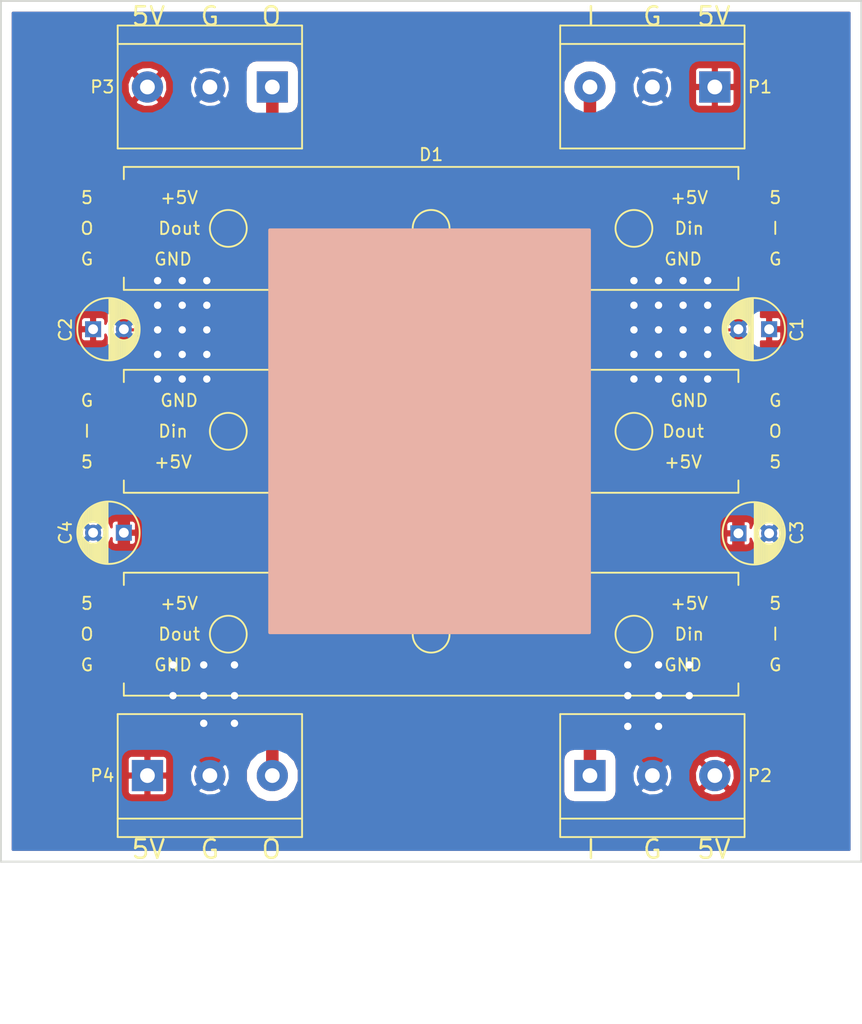
<source format=kicad_pcb>
(kicad_pcb (version 4) (host pcbnew 4.0.5)

  (general
    (links 32)
    (no_connects 0)
    (area 142.324999 62.224999 212.475001 132.375001)
    (thickness 1.6)
    (drawings 16)
    (tracks 141)
    (zones 0)
    (modules 15)
    (nets 7)
  )

  (page A4)
  (layers
    (0 F.Cu signal)
    (31 B.Cu signal hide)
    (32 B.Adhes user)
    (33 F.Adhes user)
    (34 B.Paste user)
    (35 F.Paste user)
    (36 B.SilkS user hide)
    (37 F.SilkS user)
    (38 B.Mask user)
    (39 F.Mask user)
    (40 Dwgs.User user)
    (41 Cmts.User user)
    (42 Eco1.User user)
    (43 Eco2.User user)
    (44 Edge.Cuts user)
    (45 Margin user)
    (46 B.CrtYd user)
    (47 F.CrtYd user)
    (48 B.Fab user)
    (49 F.Fab user hide)
  )

  (setup
    (last_trace_width 0.25)
    (user_trace_width 0.254)
    (user_trace_width 0.508)
    (user_trace_width 1.016)
    (user_trace_width 2.032)
    (user_trace_width 2.54)
    (trace_clearance 0.2)
    (zone_clearance 0.4)
    (zone_45_only no)
    (trace_min 0.2)
    (segment_width 0.2)
    (edge_width 0.15)
    (via_size 0.6)
    (via_drill 0.4)
    (via_min_size 0.4)
    (via_min_drill 0.3)
    (user_via 0.8 0.4)
    (user_via 1.2 0.6)
    (uvia_size 0.3)
    (uvia_drill 0.1)
    (uvias_allowed no)
    (uvia_min_size 0.2)
    (uvia_min_drill 0.1)
    (pcb_text_width 0.3)
    (pcb_text_size 1.5 1.5)
    (mod_edge_width 0.15)
    (mod_text_size 1 1)
    (mod_text_width 0.15)
    (pad_size 4 1.524)
    (pad_drill 0)
    (pad_to_mask_clearance 0.2)
    (aux_axis_origin 142.4 132.3)
    (grid_origin 177.4 97.3)
    (visible_elements 7FFEFFFF)
    (pcbplotparams
      (layerselection 0x00030_80000001)
      (usegerberextensions false)
      (excludeedgelayer true)
      (linewidth 0.150000)
      (plotframeref false)
      (viasonmask false)
      (mode 1)
      (useauxorigin false)
      (hpglpennumber 1)
      (hpglpenspeed 20)
      (hpglpendiameter 15)
      (hpglpenoverlay 2)
      (psnegative false)
      (psa4output false)
      (plotreference true)
      (plotvalue true)
      (plotinvisibletext false)
      (padsonsilk false)
      (subtractmaskfromsilk false)
      (outputformat 1)
      (mirror false)
      (drillshape 1)
      (scaleselection 1)
      (outputdirectory ""))
  )

  (net 0 "")
  (net 1 +5V)
  (net 2 GND)
  (net 3 "Net-(D1-Pad2)")
  (net 4 "Net-(D1-Pad5)")
  (net 5 "Net-(D2-Pad5)")
  (net 6 "Net-(D3-Pad5)")

  (net_class Default "This is the default net class."
    (clearance 0.2)
    (trace_width 0.25)
    (via_dia 0.6)
    (via_drill 0.4)
    (uvia_dia 0.3)
    (uvia_drill 0.1)
    (add_net +5V)
    (add_net GND)
    (add_net "Net-(D1-Pad2)")
    (add_net "Net-(D1-Pad5)")
    (add_net "Net-(D2-Pad5)")
    (add_net "Net-(D3-Pad5)")
  )

  (module Connectors:bornier3 (layer F.Cu) (tedit 5912E7D3) (tstamp 5913E812)
    (at 159.4 125.3)
    (descr "Bornier d'alimentation 3 pins")
    (tags DEV)
    (path /5912CCA6)
    (fp_text reference P4 (at -8.75 0) (layer F.SilkS)
      (effects (font (size 1 1) (thickness 0.15)))
    )
    (fp_text value CONN_01X03 (at 0 6) (layer F.Fab)
      (effects (font (size 1 1) (thickness 0.15)))
    )
    (fp_line (start -7.5 3.5) (end 7.5 3.5) (layer F.SilkS) (width 0.15))
    (fp_line (start -7.5 -5) (end 7.5 -5) (layer F.SilkS) (width 0.15))
    (fp_line (start 7.5 -5) (end 7.5 5) (layer F.SilkS) (width 0.15))
    (fp_line (start 7.5 5) (end -7.5 5) (layer F.SilkS) (width 0.15))
    (fp_line (start -7.5 5) (end -7.5 -5) (layer F.SilkS) (width 0.15))
    (pad 1 thru_hole rect (at -5.08 0) (size 2.54 2.54) (drill 1.2) (layers *.Cu *.Mask)
      (net 1 +5V))
    (pad 2 thru_hole circle (at 0 0) (size 2.54 2.54) (drill 1.2) (layers *.Cu *.Mask)
      (net 2 GND))
    (pad 3 thru_hole circle (at 5.08 0) (size 2.54 2.54) (drill 1.2) (layers *.Cu *.Mask)
      (net 6 "Net-(D3-Pad5)"))
    (model Connect.3dshapes/bornier3.wrl
      (at (xyz 0 0 0))
      (scale (xyz 1 1 1))
      (rotate (xyz 0 0 0))
    )
  )

  (module Connectors:bornier3 (layer F.Cu) (tedit 5912E512) (tstamp 5913E7FA)
    (at 195.4 125.3)
    (descr "Bornier d'alimentation 3 pins")
    (tags DEV)
    (path /5912CE74)
    (fp_text reference P2 (at 8.75 0) (layer F.SilkS)
      (effects (font (size 1 1) (thickness 0.15)))
    )
    (fp_text value CONN_01X03 (at 0 6) (layer F.Fab)
      (effects (font (size 1 1) (thickness 0.15)))
    )
    (fp_line (start -7.5 3.5) (end 7.5 3.5) (layer F.SilkS) (width 0.15))
    (fp_line (start -7.5 -5) (end 7.5 -5) (layer F.SilkS) (width 0.15))
    (fp_line (start 7.5 -5) (end 7.5 5) (layer F.SilkS) (width 0.15))
    (fp_line (start 7.5 5) (end -7.5 5) (layer F.SilkS) (width 0.15))
    (fp_line (start -7.5 5) (end -7.5 -5) (layer F.SilkS) (width 0.15))
    (pad 1 thru_hole rect (at -5.08 0) (size 2.54 2.54) (drill 1.2) (layers *.Cu *.Mask)
      (net 3 "Net-(D1-Pad2)"))
    (pad 2 thru_hole circle (at 0 0) (size 2.54 2.54) (drill 1.2) (layers *.Cu *.Mask)
      (net 2 GND))
    (pad 3 thru_hole circle (at 5.08 0) (size 2.54 2.54) (drill 1.2) (layers *.Cu *.Mask)
      (net 1 +5V))
    (model Connect.3dshapes/bornier3.wrl
      (at (xyz 0 0 0))
      (scale (xyz 1 1 1))
      (rotate (xyz 0 0 0))
    )
  )

  (module Connectors:bornier3 (layer F.Cu) (tedit 5912E50C) (tstamp 5913E806)
    (at 159.4 69.3 180)
    (descr "Bornier d'alimentation 3 pins")
    (tags DEV)
    (path /5912CB77)
    (fp_text reference P3 (at 8.75 0 180) (layer F.SilkS)
      (effects (font (size 1 1) (thickness 0.15)))
    )
    (fp_text value CONN_01X03 (at 0 6 180) (layer F.Fab)
      (effects (font (size 1 1) (thickness 0.15)))
    )
    (fp_line (start -7.5 3.5) (end 7.5 3.5) (layer F.SilkS) (width 0.15))
    (fp_line (start 7.5 -5) (end -7.5 -5) (layer F.SilkS) (width 0.15))
    (fp_line (start -7.5 -5) (end -7.5 5) (layer F.SilkS) (width 0.15))
    (fp_line (start -7.5 5) (end 7.5 5) (layer F.SilkS) (width 0.15))
    (fp_line (start 7.5 5) (end 7.5 -5) (layer F.SilkS) (width 0.15))
    (pad 1 thru_hole rect (at -5.08 0 180) (size 2.54 2.54) (drill 1.2) (layers *.Cu *.Mask)
      (net 6 "Net-(D3-Pad5)"))
    (pad 2 thru_hole circle (at 0 0 180) (size 2.54 2.54) (drill 1.2) (layers *.Cu *.Mask)
      (net 2 GND))
    (pad 3 thru_hole circle (at 5.08 0 180) (size 2.54 2.54) (drill 1.2) (layers *.Cu *.Mask)
      (net 1 +5V))
    (model Connect.3dshapes/bornier3.wrl
      (at (xyz 0 0 0))
      (scale (xyz 1 1 1))
      (rotate (xyz 0 0 0))
    )
  )

  (module Connectors:bornier3 (layer F.Cu) (tedit 5912E50F) (tstamp 5913E7EE)
    (at 195.4 69.3 180)
    (descr "Bornier d'alimentation 3 pins")
    (tags DEV)
    (path /5912CE1C)
    (fp_text reference P1 (at -8.75 0 180) (layer F.SilkS)
      (effects (font (size 1 1) (thickness 0.15)))
    )
    (fp_text value CONN_01X03 (at 0 6 180) (layer F.Fab)
      (effects (font (size 1 1) (thickness 0.15)))
    )
    (fp_line (start -7.5 3.5) (end 7.5 3.5) (layer F.SilkS) (width 0.15))
    (fp_line (start -7.5 -5) (end 7.5 -5) (layer F.SilkS) (width 0.15))
    (fp_line (start 7.5 -5) (end 7.5 5) (layer F.SilkS) (width 0.15))
    (fp_line (start 7.5 5) (end -7.5 5) (layer F.SilkS) (width 0.15))
    (fp_line (start -7.5 5) (end -7.5 -5) (layer F.SilkS) (width 0.15))
    (pad 1 thru_hole rect (at -5.08 0 180) (size 2.54 2.54) (drill 1.2) (layers *.Cu *.Mask)
      (net 1 +5V))
    (pad 2 thru_hole circle (at 0 0 180) (size 2.54 2.54) (drill 1.2) (layers *.Cu *.Mask)
      (net 2 GND))
    (pad 3 thru_hole circle (at 5.08 0 180) (size 2.54 2.54) (drill 1.2) (layers *.Cu *.Mask)
      (net 3 "Net-(D1-Pad2)"))
    (model Connect.3dshapes/bornier3.wrl
      (at (xyz 0 0 0))
      (scale (xyz 1 1 1))
      (rotate (xyz 0 0 0))
    )
  )

  (module Capacitors_THT:C_Radial_D5_L6_P2.5 (layer F.Cu) (tedit 5912EE15) (tstamp 5913F9A7)
    (at 152.4 105.55 180)
    (descr "Radial Electrolytic Capacitor Diameter 5mm x Length 6mm, Pitch 2.5mm")
    (tags "Electrolytic Capacitor")
    (path /59132E7D)
    (fp_text reference C4 (at 4.75 0 270) (layer F.SilkS)
      (effects (font (size 1 1) (thickness 0.15)))
    )
    (fp_text value 10u (at 1.25 3.8 180) (layer F.Fab)
      (effects (font (size 1 1) (thickness 0.15)))
    )
    (fp_line (start 1.325 -2.499) (end 1.325 2.499) (layer F.SilkS) (width 0.15))
    (fp_line (start 1.465 -2.491) (end 1.465 2.491) (layer F.SilkS) (width 0.15))
    (fp_line (start 1.605 -2.475) (end 1.605 -0.095) (layer F.SilkS) (width 0.15))
    (fp_line (start 1.605 0.095) (end 1.605 2.475) (layer F.SilkS) (width 0.15))
    (fp_line (start 1.745 -2.451) (end 1.745 -0.49) (layer F.SilkS) (width 0.15))
    (fp_line (start 1.745 0.49) (end 1.745 2.451) (layer F.SilkS) (width 0.15))
    (fp_line (start 1.885 -2.418) (end 1.885 -0.657) (layer F.SilkS) (width 0.15))
    (fp_line (start 1.885 0.657) (end 1.885 2.418) (layer F.SilkS) (width 0.15))
    (fp_line (start 2.025 -2.377) (end 2.025 -0.764) (layer F.SilkS) (width 0.15))
    (fp_line (start 2.025 0.764) (end 2.025 2.377) (layer F.SilkS) (width 0.15))
    (fp_line (start 2.165 -2.327) (end 2.165 -0.835) (layer F.SilkS) (width 0.15))
    (fp_line (start 2.165 0.835) (end 2.165 2.327) (layer F.SilkS) (width 0.15))
    (fp_line (start 2.305 -2.266) (end 2.305 -0.879) (layer F.SilkS) (width 0.15))
    (fp_line (start 2.305 0.879) (end 2.305 2.266) (layer F.SilkS) (width 0.15))
    (fp_line (start 2.445 -2.196) (end 2.445 -0.898) (layer F.SilkS) (width 0.15))
    (fp_line (start 2.445 0.898) (end 2.445 2.196) (layer F.SilkS) (width 0.15))
    (fp_line (start 2.585 -2.114) (end 2.585 -0.896) (layer F.SilkS) (width 0.15))
    (fp_line (start 2.585 0.896) (end 2.585 2.114) (layer F.SilkS) (width 0.15))
    (fp_line (start 2.725 -2.019) (end 2.725 -0.871) (layer F.SilkS) (width 0.15))
    (fp_line (start 2.725 0.871) (end 2.725 2.019) (layer F.SilkS) (width 0.15))
    (fp_line (start 2.865 -1.908) (end 2.865 -0.823) (layer F.SilkS) (width 0.15))
    (fp_line (start 2.865 0.823) (end 2.865 1.908) (layer F.SilkS) (width 0.15))
    (fp_line (start 3.005 -1.78) (end 3.005 -0.745) (layer F.SilkS) (width 0.15))
    (fp_line (start 3.005 0.745) (end 3.005 1.78) (layer F.SilkS) (width 0.15))
    (fp_line (start 3.145 -1.631) (end 3.145 -0.628) (layer F.SilkS) (width 0.15))
    (fp_line (start 3.145 0.628) (end 3.145 1.631) (layer F.SilkS) (width 0.15))
    (fp_line (start 3.285 -1.452) (end 3.285 -0.44) (layer F.SilkS) (width 0.15))
    (fp_line (start 3.285 0.44) (end 3.285 1.452) (layer F.SilkS) (width 0.15))
    (fp_line (start 3.425 -1.233) (end 3.425 1.233) (layer F.SilkS) (width 0.15))
    (fp_line (start 3.565 -0.944) (end 3.565 0.944) (layer F.SilkS) (width 0.15))
    (fp_line (start 3.705 -0.472) (end 3.705 0.472) (layer F.SilkS) (width 0.15))
    (fp_circle (center 2.5 0) (end 2.5 -0.9) (layer F.SilkS) (width 0.15))
    (fp_circle (center 1.25 0) (end 1.25 -2.5375) (layer F.SilkS) (width 0.15))
    (fp_circle (center 1.25 0) (end 1.25 -2.8) (layer F.CrtYd) (width 0.05))
    (pad 1 thru_hole rect (at 0 0 180) (size 1.3 1.3) (drill 0.8) (layers *.Cu *.Mask)
      (net 1 +5V))
    (pad 2 thru_hole circle (at 2.5 0 180) (size 1.3 1.3) (drill 0.8) (layers *.Cu *.Mask)
      (net 2 GND))
    (model Capacitors_ThroughHole.3dshapes/C_Radial_D5_L6_P2.5.wrl
      (at (xyz 0.0492126 0 0))
      (scale (xyz 1 1 1))
      (rotate (xyz 0 0 90))
    )
  )

  (module Neowall:Neopixelx3 (layer F.Cu) (tedit 5912E4D3) (tstamp 5913EAC8)
    (at 152.4 97.3)
    (path /5912CAFF)
    (fp_text reference D2 (at 25 -6) (layer F.SilkS)
      (effects (font (size 1 1) (thickness 0.15)))
    )
    (fp_text value Neopixelx3 (at 26 -6) (layer F.Fab)
      (effects (font (size 1 1) (thickness 0.15)))
    )
    (fp_circle (center 8.5 0) (end 8.5 -1.5) (layer F.SilkS) (width 0.15))
    (fp_circle (center 41.5 0) (end 41.5 -1.5) (layer F.SilkS) (width 0.15))
    (fp_circle (center 25 0) (end 25 -1.5) (layer F.SilkS) (width 0.15))
    (fp_text user 5 (at 53 2.5) (layer F.SilkS)
      (effects (font (size 1 1) (thickness 0.15)))
    )
    (fp_text user O (at 53 0) (layer F.SilkS)
      (effects (font (size 1 1) (thickness 0.15)))
    )
    (fp_text user G (at 53 -2.5) (layer F.SilkS)
      (effects (font (size 1 1) (thickness 0.15)))
    )
    (fp_text user 5 (at -3 2.5) (layer F.SilkS)
      (effects (font (size 1 1) (thickness 0.15)))
    )
    (fp_text user I (at -3 0) (layer F.SilkS)
      (effects (font (size 1 1) (thickness 0.15)))
    )
    (fp_text user G (at -3 -2.5) (layer F.SilkS)
      (effects (font (size 1 1) (thickness 0.15)))
    )
    (fp_text user Dout (at 45.5 0) (layer F.SilkS)
      (effects (font (size 1 1) (thickness 0.15)))
    )
    (fp_text user Din (at 4 0) (layer F.SilkS)
      (effects (font (size 1 1) (thickness 0.15)))
    )
    (fp_text user +5V (at 45.5 2.5) (layer F.SilkS)
      (effects (font (size 1 1) (thickness 0.15)))
    )
    (fp_text user +5V (at 4 2.5) (layer F.SilkS)
      (effects (font (size 1 1) (thickness 0.15)))
    )
    (fp_text user GND (at 46 -2.5) (layer F.SilkS)
      (effects (font (size 1 1) (thickness 0.15)))
    )
    (fp_text user GND (at 4.5 -2.5) (layer F.SilkS)
      (effects (font (size 1 1) (thickness 0.15)))
    )
    (fp_line (start 50 4) (end 50 5) (layer F.SilkS) (width 0.15))
    (fp_line (start 50 5) (end 0 5) (layer F.SilkS) (width 0.15))
    (fp_line (start 0 5) (end 0 4) (layer F.SilkS) (width 0.15))
    (fp_line (start 50 -5) (end 50 -4) (layer F.SilkS) (width 0.15))
    (fp_line (start 0 -4) (end 0 -5) (layer F.SilkS) (width 0.15))
    (fp_line (start 0 -5) (end 50 -5) (layer F.SilkS) (width 0.15))
    (pad 1 smd rect (at 0 -2.54) (size 4 1.524) (layers F.Cu F.Paste F.Mask)
      (net 2 GND))
    (pad 2 smd rect (at 0 0) (size 4 1.524) (layers F.Cu F.Paste F.Mask)
      (net 4 "Net-(D1-Pad5)"))
    (pad 3 smd rect (at 0 2.54) (size 4 1.524) (layers F.Cu F.Paste F.Mask)
      (net 1 +5V) (thermal_width 0.5) (thermal_gap 0.8))
    (pad 4 smd rect (at 50 2.54) (size 4 1.524) (layers F.Cu F.Paste F.Mask)
      (net 1 +5V) (thermal_gap 0.8))
    (pad 5 smd rect (at 50 0) (size 4 1.524) (layers F.Cu F.Paste F.Mask)
      (net 5 "Net-(D2-Pad5)"))
    (pad 6 smd rect (at 50 -2.54) (size 4 1.524) (layers F.Cu F.Paste F.Mask)
      (net 2 GND))
  )

  (module Neowall:Neopixelx3 (layer F.Cu) (tedit 5912E4D9) (tstamp 5913EAE7)
    (at 202.4 113.8 180)
    (path /5912CB36)
    (fp_text reference D3 (at 25 6 180) (layer F.SilkS)
      (effects (font (size 1 1) (thickness 0.15)))
    )
    (fp_text value Neopixelx3 (at 26 -6 180) (layer F.Fab)
      (effects (font (size 1 1) (thickness 0.15)))
    )
    (fp_circle (center 8.5 0) (end 8.5 -1.5) (layer F.SilkS) (width 0.15))
    (fp_circle (center 41.5 0) (end 41.5 -1.5) (layer F.SilkS) (width 0.15))
    (fp_circle (center 25 0) (end 25 -1.5) (layer F.SilkS) (width 0.15))
    (fp_text user 5 (at 53 2.5 180) (layer F.SilkS)
      (effects (font (size 1 1) (thickness 0.15)))
    )
    (fp_text user O (at 53 0 180) (layer F.SilkS)
      (effects (font (size 1 1) (thickness 0.15)))
    )
    (fp_text user G (at 53 -2.5 180) (layer F.SilkS)
      (effects (font (size 1 1) (thickness 0.15)))
    )
    (fp_text user 5 (at -3 2.5 180) (layer F.SilkS)
      (effects (font (size 1 1) (thickness 0.15)))
    )
    (fp_text user I (at -3 0 180) (layer F.SilkS)
      (effects (font (size 1 1) (thickness 0.15)))
    )
    (fp_text user G (at -3 -2.5 180) (layer F.SilkS)
      (effects (font (size 1 1) (thickness 0.15)))
    )
    (fp_text user Dout (at 45.5 0 180) (layer F.SilkS)
      (effects (font (size 1 1) (thickness 0.15)))
    )
    (fp_text user Din (at 4 0 180) (layer F.SilkS)
      (effects (font (size 1 1) (thickness 0.15)))
    )
    (fp_text user +5V (at 45.5 2.5 180) (layer F.SilkS)
      (effects (font (size 1 1) (thickness 0.15)))
    )
    (fp_text user +5V (at 4 2.5 180) (layer F.SilkS)
      (effects (font (size 1 1) (thickness 0.15)))
    )
    (fp_text user GND (at 46 -2.5 180) (layer F.SilkS)
      (effects (font (size 1 1) (thickness 0.15)))
    )
    (fp_text user GND (at 4.5 -2.5 180) (layer F.SilkS)
      (effects (font (size 1 1) (thickness 0.15)))
    )
    (fp_line (start 50 4) (end 50 5) (layer F.SilkS) (width 0.15))
    (fp_line (start 50 5) (end 0 5) (layer F.SilkS) (width 0.15))
    (fp_line (start 0 5) (end 0 4) (layer F.SilkS) (width 0.15))
    (fp_line (start 50 -5) (end 50 -4) (layer F.SilkS) (width 0.15))
    (fp_line (start 0 -4) (end 0 -5) (layer F.SilkS) (width 0.15))
    (fp_line (start 0 -5) (end 50 -5) (layer F.SilkS) (width 0.15))
    (pad 1 smd rect (at 0 -2.54 180) (size 4 1.524) (layers F.Cu F.Paste F.Mask)
      (net 2 GND))
    (pad 2 smd rect (at 0 0 180) (size 4 1.524) (layers F.Cu F.Paste F.Mask)
      (net 5 "Net-(D2-Pad5)"))
    (pad 3 smd rect (at 0 2.54 180) (size 4 1.524) (layers F.Cu F.Paste F.Mask)
      (net 1 +5V) (thermal_width 0.5) (thermal_gap 0.8))
    (pad 4 smd rect (at 50 2.54 180) (size 4 1.524) (layers F.Cu F.Paste F.Mask)
      (net 1 +5V) (thermal_width 0.5) (thermal_gap 0.8))
    (pad 5 smd rect (at 50 0 180) (size 4 1.524) (layers F.Cu F.Paste F.Mask)
      (net 6 "Net-(D3-Pad5)"))
    (pad 6 smd rect (at 50 -2.54 180) (size 4 1.524) (layers F.Cu F.Paste F.Mask)
      (net 2 GND))
  )

  (module Capacitors_THT:C_Radial_D5_L6_P2.5 (layer F.Cu) (tedit 5912EE1C) (tstamp 5913F69B)
    (at 204.9 89 180)
    (descr "Radial Electrolytic Capacitor Diameter 5mm x Length 6mm, Pitch 2.5mm")
    (tags "Electrolytic Capacitor")
    (path /5912D9B2)
    (fp_text reference C1 (at -2.25 -0.05 270) (layer F.SilkS)
      (effects (font (size 1 1) (thickness 0.15)))
    )
    (fp_text value 10u (at 1.25 3.8 180) (layer F.Fab)
      (effects (font (size 1 1) (thickness 0.15)))
    )
    (fp_line (start 1.325 -2.499) (end 1.325 2.499) (layer F.SilkS) (width 0.15))
    (fp_line (start 1.465 -2.491) (end 1.465 2.491) (layer F.SilkS) (width 0.15))
    (fp_line (start 1.605 -2.475) (end 1.605 -0.095) (layer F.SilkS) (width 0.15))
    (fp_line (start 1.605 0.095) (end 1.605 2.475) (layer F.SilkS) (width 0.15))
    (fp_line (start 1.745 -2.451) (end 1.745 -0.49) (layer F.SilkS) (width 0.15))
    (fp_line (start 1.745 0.49) (end 1.745 2.451) (layer F.SilkS) (width 0.15))
    (fp_line (start 1.885 -2.418) (end 1.885 -0.657) (layer F.SilkS) (width 0.15))
    (fp_line (start 1.885 0.657) (end 1.885 2.418) (layer F.SilkS) (width 0.15))
    (fp_line (start 2.025 -2.377) (end 2.025 -0.764) (layer F.SilkS) (width 0.15))
    (fp_line (start 2.025 0.764) (end 2.025 2.377) (layer F.SilkS) (width 0.15))
    (fp_line (start 2.165 -2.327) (end 2.165 -0.835) (layer F.SilkS) (width 0.15))
    (fp_line (start 2.165 0.835) (end 2.165 2.327) (layer F.SilkS) (width 0.15))
    (fp_line (start 2.305 -2.266) (end 2.305 -0.879) (layer F.SilkS) (width 0.15))
    (fp_line (start 2.305 0.879) (end 2.305 2.266) (layer F.SilkS) (width 0.15))
    (fp_line (start 2.445 -2.196) (end 2.445 -0.898) (layer F.SilkS) (width 0.15))
    (fp_line (start 2.445 0.898) (end 2.445 2.196) (layer F.SilkS) (width 0.15))
    (fp_line (start 2.585 -2.114) (end 2.585 -0.896) (layer F.SilkS) (width 0.15))
    (fp_line (start 2.585 0.896) (end 2.585 2.114) (layer F.SilkS) (width 0.15))
    (fp_line (start 2.725 -2.019) (end 2.725 -0.871) (layer F.SilkS) (width 0.15))
    (fp_line (start 2.725 0.871) (end 2.725 2.019) (layer F.SilkS) (width 0.15))
    (fp_line (start 2.865 -1.908) (end 2.865 -0.823) (layer F.SilkS) (width 0.15))
    (fp_line (start 2.865 0.823) (end 2.865 1.908) (layer F.SilkS) (width 0.15))
    (fp_line (start 3.005 -1.78) (end 3.005 -0.745) (layer F.SilkS) (width 0.15))
    (fp_line (start 3.005 0.745) (end 3.005 1.78) (layer F.SilkS) (width 0.15))
    (fp_line (start 3.145 -1.631) (end 3.145 -0.628) (layer F.SilkS) (width 0.15))
    (fp_line (start 3.145 0.628) (end 3.145 1.631) (layer F.SilkS) (width 0.15))
    (fp_line (start 3.285 -1.452) (end 3.285 -0.44) (layer F.SilkS) (width 0.15))
    (fp_line (start 3.285 0.44) (end 3.285 1.452) (layer F.SilkS) (width 0.15))
    (fp_line (start 3.425 -1.233) (end 3.425 1.233) (layer F.SilkS) (width 0.15))
    (fp_line (start 3.565 -0.944) (end 3.565 0.944) (layer F.SilkS) (width 0.15))
    (fp_line (start 3.705 -0.472) (end 3.705 0.472) (layer F.SilkS) (width 0.15))
    (fp_circle (center 2.5 0) (end 2.5 -0.9) (layer F.SilkS) (width 0.15))
    (fp_circle (center 1.25 0) (end 1.25 -2.5375) (layer F.SilkS) (width 0.15))
    (fp_circle (center 1.25 0) (end 1.25 -2.8) (layer F.CrtYd) (width 0.05))
    (pad 1 thru_hole rect (at 0 0 180) (size 1.3 1.3) (drill 0.8) (layers *.Cu *.Mask)
      (net 1 +5V))
    (pad 2 thru_hole circle (at 2.5 0 180) (size 1.3 1.3) (drill 0.8) (layers *.Cu *.Mask)
      (net 2 GND))
    (model Capacitors_ThroughHole.3dshapes/C_Radial_D5_L6_P2.5.wrl
      (at (xyz 0.0492126 0 0))
      (scale (xyz 1 1 1))
      (rotate (xyz 0 0 90))
    )
  )

  (module Neowall:Neopixelx3 (layer F.Cu) (tedit 5912E4CF) (tstamp 5913F6C2)
    (at 202.4 80.8 180)
    (path /5912CA4B)
    (fp_text reference D1 (at 25 6 180) (layer F.SilkS)
      (effects (font (size 1 1) (thickness 0.15)))
    )
    (fp_text value Neopixelx3 (at 26 -6 180) (layer F.Fab)
      (effects (font (size 1 1) (thickness 0.15)))
    )
    (fp_circle (center 8.5 0) (end 8.5 -1.5) (layer F.SilkS) (width 0.15))
    (fp_circle (center 41.5 0) (end 41.5 -1.5) (layer F.SilkS) (width 0.15))
    (fp_circle (center 25 0) (end 25 -1.5) (layer F.SilkS) (width 0.15))
    (fp_text user 5 (at 53 2.5 180) (layer F.SilkS)
      (effects (font (size 1 1) (thickness 0.15)))
    )
    (fp_text user O (at 53 0 180) (layer F.SilkS)
      (effects (font (size 1 1) (thickness 0.15)))
    )
    (fp_text user G (at 53 -2.5 180) (layer F.SilkS)
      (effects (font (size 1 1) (thickness 0.15)))
    )
    (fp_text user 5 (at -3 2.5 180) (layer F.SilkS)
      (effects (font (size 1 1) (thickness 0.15)))
    )
    (fp_text user I (at -3 0 180) (layer F.SilkS)
      (effects (font (size 1 1) (thickness 0.15)))
    )
    (fp_text user G (at -3 -2.5 180) (layer F.SilkS)
      (effects (font (size 1 1) (thickness 0.15)))
    )
    (fp_text user Dout (at 45.5 0 180) (layer F.SilkS)
      (effects (font (size 1 1) (thickness 0.15)))
    )
    (fp_text user Din (at 4 0 180) (layer F.SilkS)
      (effects (font (size 1 1) (thickness 0.15)))
    )
    (fp_text user +5V (at 45.5 2.5 180) (layer F.SilkS)
      (effects (font (size 1 1) (thickness 0.15)))
    )
    (fp_text user +5V (at 4 2.5 180) (layer F.SilkS)
      (effects (font (size 1 1) (thickness 0.15)))
    )
    (fp_text user GND (at 46 -2.5 180) (layer F.SilkS)
      (effects (font (size 1 1) (thickness 0.15)))
    )
    (fp_text user GND (at 4.5 -2.5 180) (layer F.SilkS)
      (effects (font (size 1 1) (thickness 0.15)))
    )
    (fp_line (start 50 4) (end 50 5) (layer F.SilkS) (width 0.15))
    (fp_line (start 50 5) (end 0 5) (layer F.SilkS) (width 0.15))
    (fp_line (start 0 5) (end 0 4) (layer F.SilkS) (width 0.15))
    (fp_line (start 50 -5) (end 50 -4) (layer F.SilkS) (width 0.15))
    (fp_line (start 0 -4) (end 0 -5) (layer F.SilkS) (width 0.15))
    (fp_line (start 0 -5) (end 50 -5) (layer F.SilkS) (width 0.15))
    (pad 1 smd rect (at 0 -2.54 180) (size 4 1.524) (layers F.Cu F.Paste F.Mask)
      (net 2 GND))
    (pad 2 smd rect (at 0 0 180) (size 4 1.524) (layers F.Cu F.Paste F.Mask)
      (net 3 "Net-(D1-Pad2)"))
    (pad 3 smd rect (at 0 2.54 180) (size 4 1.524) (layers F.Cu F.Paste F.Mask)
      (net 1 +5V) (thermal_width 0.5) (thermal_gap 0.8))
    (pad 4 smd rect (at 50 2.54 180) (size 4 1.524) (layers F.Cu F.Paste F.Mask)
      (net 1 +5V) (thermal_width 0.5) (thermal_gap 0.8))
    (pad 5 smd rect (at 50 0 180) (size 4 1.524) (layers F.Cu F.Paste F.Mask)
      (net 4 "Net-(D1-Pad5)"))
    (pad 6 smd rect (at 50 -2.54 180) (size 4 1.524) (layers F.Cu F.Paste F.Mask)
      (net 2 GND))
  )

  (module Capacitors_THT:C_Radial_D5_L6_P2.5 (layer F.Cu) (tedit 5912EE11) (tstamp 5913F957)
    (at 149.9 89)
    (descr "Radial Electrolytic Capacitor Diameter 5mm x Length 6mm, Pitch 2.5mm")
    (tags "Electrolytic Capacitor")
    (path /59132E18)
    (fp_text reference C2 (at -2.25 0.05 90) (layer F.SilkS)
      (effects (font (size 1 1) (thickness 0.15)))
    )
    (fp_text value 10u (at 1.25 3.8) (layer F.Fab)
      (effects (font (size 1 1) (thickness 0.15)))
    )
    (fp_line (start 1.325 -2.499) (end 1.325 2.499) (layer F.SilkS) (width 0.15))
    (fp_line (start 1.465 -2.491) (end 1.465 2.491) (layer F.SilkS) (width 0.15))
    (fp_line (start 1.605 -2.475) (end 1.605 -0.095) (layer F.SilkS) (width 0.15))
    (fp_line (start 1.605 0.095) (end 1.605 2.475) (layer F.SilkS) (width 0.15))
    (fp_line (start 1.745 -2.451) (end 1.745 -0.49) (layer F.SilkS) (width 0.15))
    (fp_line (start 1.745 0.49) (end 1.745 2.451) (layer F.SilkS) (width 0.15))
    (fp_line (start 1.885 -2.418) (end 1.885 -0.657) (layer F.SilkS) (width 0.15))
    (fp_line (start 1.885 0.657) (end 1.885 2.418) (layer F.SilkS) (width 0.15))
    (fp_line (start 2.025 -2.377) (end 2.025 -0.764) (layer F.SilkS) (width 0.15))
    (fp_line (start 2.025 0.764) (end 2.025 2.377) (layer F.SilkS) (width 0.15))
    (fp_line (start 2.165 -2.327) (end 2.165 -0.835) (layer F.SilkS) (width 0.15))
    (fp_line (start 2.165 0.835) (end 2.165 2.327) (layer F.SilkS) (width 0.15))
    (fp_line (start 2.305 -2.266) (end 2.305 -0.879) (layer F.SilkS) (width 0.15))
    (fp_line (start 2.305 0.879) (end 2.305 2.266) (layer F.SilkS) (width 0.15))
    (fp_line (start 2.445 -2.196) (end 2.445 -0.898) (layer F.SilkS) (width 0.15))
    (fp_line (start 2.445 0.898) (end 2.445 2.196) (layer F.SilkS) (width 0.15))
    (fp_line (start 2.585 -2.114) (end 2.585 -0.896) (layer F.SilkS) (width 0.15))
    (fp_line (start 2.585 0.896) (end 2.585 2.114) (layer F.SilkS) (width 0.15))
    (fp_line (start 2.725 -2.019) (end 2.725 -0.871) (layer F.SilkS) (width 0.15))
    (fp_line (start 2.725 0.871) (end 2.725 2.019) (layer F.SilkS) (width 0.15))
    (fp_line (start 2.865 -1.908) (end 2.865 -0.823) (layer F.SilkS) (width 0.15))
    (fp_line (start 2.865 0.823) (end 2.865 1.908) (layer F.SilkS) (width 0.15))
    (fp_line (start 3.005 -1.78) (end 3.005 -0.745) (layer F.SilkS) (width 0.15))
    (fp_line (start 3.005 0.745) (end 3.005 1.78) (layer F.SilkS) (width 0.15))
    (fp_line (start 3.145 -1.631) (end 3.145 -0.628) (layer F.SilkS) (width 0.15))
    (fp_line (start 3.145 0.628) (end 3.145 1.631) (layer F.SilkS) (width 0.15))
    (fp_line (start 3.285 -1.452) (end 3.285 -0.44) (layer F.SilkS) (width 0.15))
    (fp_line (start 3.285 0.44) (end 3.285 1.452) (layer F.SilkS) (width 0.15))
    (fp_line (start 3.425 -1.233) (end 3.425 1.233) (layer F.SilkS) (width 0.15))
    (fp_line (start 3.565 -0.944) (end 3.565 0.944) (layer F.SilkS) (width 0.15))
    (fp_line (start 3.705 -0.472) (end 3.705 0.472) (layer F.SilkS) (width 0.15))
    (fp_circle (center 2.5 0) (end 2.5 -0.9) (layer F.SilkS) (width 0.15))
    (fp_circle (center 1.25 0) (end 1.25 -2.5375) (layer F.SilkS) (width 0.15))
    (fp_circle (center 1.25 0) (end 1.25 -2.8) (layer F.CrtYd) (width 0.05))
    (pad 1 thru_hole rect (at 0 0) (size 1.3 1.3) (drill 0.8) (layers *.Cu *.Mask)
      (net 1 +5V))
    (pad 2 thru_hole circle (at 2.5 0) (size 1.3 1.3) (drill 0.8) (layers *.Cu *.Mask)
      (net 2 GND))
    (model Capacitors_ThroughHole.3dshapes/C_Radial_D5_L6_P2.5.wrl
      (at (xyz 0.0492126 0 0))
      (scale (xyz 1 1 1))
      (rotate (xyz 0 0 90))
    )
  )

  (module Capacitors_THT:C_Radial_D5_L6_P2.5 (layer F.Cu) (tedit 5912EE22) (tstamp 5913F97F)
    (at 202.4 105.6)
    (descr "Radial Electrolytic Capacitor Diameter 5mm x Length 6mm, Pitch 2.5mm")
    (tags "Electrolytic Capacitor")
    (path /59132E49)
    (fp_text reference C3 (at 4.75 -0.05 90) (layer F.SilkS)
      (effects (font (size 1 1) (thickness 0.15)))
    )
    (fp_text value 10u (at 1.25 3.8) (layer F.Fab)
      (effects (font (size 1 1) (thickness 0.15)))
    )
    (fp_line (start 1.325 -2.499) (end 1.325 2.499) (layer F.SilkS) (width 0.15))
    (fp_line (start 1.465 -2.491) (end 1.465 2.491) (layer F.SilkS) (width 0.15))
    (fp_line (start 1.605 -2.475) (end 1.605 -0.095) (layer F.SilkS) (width 0.15))
    (fp_line (start 1.605 0.095) (end 1.605 2.475) (layer F.SilkS) (width 0.15))
    (fp_line (start 1.745 -2.451) (end 1.745 -0.49) (layer F.SilkS) (width 0.15))
    (fp_line (start 1.745 0.49) (end 1.745 2.451) (layer F.SilkS) (width 0.15))
    (fp_line (start 1.885 -2.418) (end 1.885 -0.657) (layer F.SilkS) (width 0.15))
    (fp_line (start 1.885 0.657) (end 1.885 2.418) (layer F.SilkS) (width 0.15))
    (fp_line (start 2.025 -2.377) (end 2.025 -0.764) (layer F.SilkS) (width 0.15))
    (fp_line (start 2.025 0.764) (end 2.025 2.377) (layer F.SilkS) (width 0.15))
    (fp_line (start 2.165 -2.327) (end 2.165 -0.835) (layer F.SilkS) (width 0.15))
    (fp_line (start 2.165 0.835) (end 2.165 2.327) (layer F.SilkS) (width 0.15))
    (fp_line (start 2.305 -2.266) (end 2.305 -0.879) (layer F.SilkS) (width 0.15))
    (fp_line (start 2.305 0.879) (end 2.305 2.266) (layer F.SilkS) (width 0.15))
    (fp_line (start 2.445 -2.196) (end 2.445 -0.898) (layer F.SilkS) (width 0.15))
    (fp_line (start 2.445 0.898) (end 2.445 2.196) (layer F.SilkS) (width 0.15))
    (fp_line (start 2.585 -2.114) (end 2.585 -0.896) (layer F.SilkS) (width 0.15))
    (fp_line (start 2.585 0.896) (end 2.585 2.114) (layer F.SilkS) (width 0.15))
    (fp_line (start 2.725 -2.019) (end 2.725 -0.871) (layer F.SilkS) (width 0.15))
    (fp_line (start 2.725 0.871) (end 2.725 2.019) (layer F.SilkS) (width 0.15))
    (fp_line (start 2.865 -1.908) (end 2.865 -0.823) (layer F.SilkS) (width 0.15))
    (fp_line (start 2.865 0.823) (end 2.865 1.908) (layer F.SilkS) (width 0.15))
    (fp_line (start 3.005 -1.78) (end 3.005 -0.745) (layer F.SilkS) (width 0.15))
    (fp_line (start 3.005 0.745) (end 3.005 1.78) (layer F.SilkS) (width 0.15))
    (fp_line (start 3.145 -1.631) (end 3.145 -0.628) (layer F.SilkS) (width 0.15))
    (fp_line (start 3.145 0.628) (end 3.145 1.631) (layer F.SilkS) (width 0.15))
    (fp_line (start 3.285 -1.452) (end 3.285 -0.44) (layer F.SilkS) (width 0.15))
    (fp_line (start 3.285 0.44) (end 3.285 1.452) (layer F.SilkS) (width 0.15))
    (fp_line (start 3.425 -1.233) (end 3.425 1.233) (layer F.SilkS) (width 0.15))
    (fp_line (start 3.565 -0.944) (end 3.565 0.944) (layer F.SilkS) (width 0.15))
    (fp_line (start 3.705 -0.472) (end 3.705 0.472) (layer F.SilkS) (width 0.15))
    (fp_circle (center 2.5 0) (end 2.5 -0.9) (layer F.SilkS) (width 0.15))
    (fp_circle (center 1.25 0) (end 1.25 -2.5375) (layer F.SilkS) (width 0.15))
    (fp_circle (center 1.25 0) (end 1.25 -2.8) (layer F.CrtYd) (width 0.05))
    (pad 1 thru_hole rect (at 0 0) (size 1.3 1.3) (drill 0.8) (layers *.Cu *.Mask)
      (net 1 +5V))
    (pad 2 thru_hole circle (at 2.5 0) (size 1.3 1.3) (drill 0.8) (layers *.Cu *.Mask)
      (net 2 GND))
    (model Capacitors_ThroughHole.3dshapes/C_Radial_D5_L6_P2.5.wrl
      (at (xyz 0.0492126 0 0))
      (scale (xyz 1 1 1))
      (rotate (xyz 0 0 90))
    )
  )

  (module Mounting_Holes:MountingHole_3.2mm_M3 (layer F.Cu) (tedit 5912E7EB) (tstamp 591410A5)
    (at 161.65 142.05)
    (descr "Mounting Hole 3.2mm, no annular, M3")
    (tags "mounting hole 3.2mm no annular m3")
    (path /591341B5)
    (fp_text reference MK1 (at 0 -4.2) (layer F.SilkS) hide
      (effects (font (size 1 1) (thickness 0.15)))
    )
    (fp_text value Mounting_Hole (at 0 4.2) (layer F.Fab)
      (effects (font (size 1 1) (thickness 0.15)))
    )
    (fp_circle (center 0 0) (end 3.2 0) (layer Cmts.User) (width 0.15))
    (fp_circle (center 0 0) (end 3.45 0) (layer F.CrtYd) (width 0.05))
    (pad 1 np_thru_hole circle (at 0 0) (size 3.2 3.2) (drill 3.2) (layers *.Cu *.Mask))
  )

  (module Mounting_Holes:MountingHole_3.2mm_M3 (layer F.Cu) (tedit 5912E7ED) (tstamp 591410AC)
    (at 170.4 141.8)
    (descr "Mounting Hole 3.2mm, no annular, M3")
    (tags "mounting hole 3.2mm no annular m3")
    (path /5913432A)
    (fp_text reference MK2 (at 0 -4.2) (layer F.SilkS) hide
      (effects (font (size 1 1) (thickness 0.15)))
    )
    (fp_text value Mounting_Hole (at 0 4.2) (layer F.Fab)
      (effects (font (size 1 1) (thickness 0.15)))
    )
    (fp_circle (center 0 0) (end 3.2 0) (layer Cmts.User) (width 0.15))
    (fp_circle (center 0 0) (end 3.45 0) (layer F.CrtYd) (width 0.05))
    (pad 1 np_thru_hole circle (at 0 0) (size 3.2 3.2) (drill 3.2) (layers *.Cu *.Mask))
  )

  (module Mounting_Holes:MountingHole_3.2mm_M3 (layer F.Cu) (tedit 5912E7F0) (tstamp 591410B3)
    (at 179.4 141.3)
    (descr "Mounting Hole 3.2mm, no annular, M3")
    (tags "mounting hole 3.2mm no annular m3")
    (path /5913436B)
    (fp_text reference MK3 (at 0 -4.2) (layer F.SilkS) hide
      (effects (font (size 1 1) (thickness 0.15)))
    )
    (fp_text value Mounting_Hole (at 0 4.2) (layer F.Fab)
      (effects (font (size 1 1) (thickness 0.15)))
    )
    (fp_circle (center 0 0) (end 3.2 0) (layer Cmts.User) (width 0.15))
    (fp_circle (center 0 0) (end 3.45 0) (layer F.CrtYd) (width 0.05))
    (pad 1 np_thru_hole circle (at 0 0) (size 3.2 3.2) (drill 3.2) (layers *.Cu *.Mask))
  )

  (module Mounting_Holes:MountingHole_3.2mm_M3 (layer F.Cu) (tedit 5912E7F2) (tstamp 591410BA)
    (at 186.9 142.05)
    (descr "Mounting Hole 3.2mm, no annular, M3")
    (tags "mounting hole 3.2mm no annular m3")
    (path /591343B1)
    (fp_text reference MK4 (at 0 -4.2) (layer F.SilkS) hide
      (effects (font (size 1 1) (thickness 0.15)))
    )
    (fp_text value Mounting_Hole (at 0 4.2) (layer F.Fab)
      (effects (font (size 1 1) (thickness 0.15)))
    )
    (fp_circle (center 0 0) (end 3.2 0) (layer Cmts.User) (width 0.15))
    (fp_circle (center 0 0) (end 3.45 0) (layer F.CrtYd) (width 0.05))
    (pad 1 np_thru_hole circle (at 0 0) (size 3.2 3.2) (drill 3.2) (layers *.Cu *.Mask))
  )

  (gr_text I (at 190.4 63.55) (layer F.SilkS)
    (effects (font (size 1.5 1.5) (thickness 0.2)))
  )
  (gr_text O (at 164.4 63.55) (layer F.SilkS)
    (effects (font (size 1.5 1.5) (thickness 0.2)))
  )
  (gr_text G (at 159.4 63.55) (layer F.SilkS)
    (effects (font (size 1.5 1.5) (thickness 0.2)))
  )
  (gr_text G (at 195.4 63.55) (layer F.SilkS)
    (effects (font (size 1.5 1.5) (thickness 0.2)))
  )
  (gr_text 5V (at 200.4 63.55) (layer F.SilkS)
    (effects (font (size 1.5 1.5) (thickness 0.2)))
  )
  (gr_text 5V (at 154.4 63.55) (layer F.SilkS)
    (effects (font (size 1.5 1.5) (thickness 0.2)))
  )
  (gr_text I (at 190.4 131.3) (layer F.SilkS)
    (effects (font (size 1.5 1.5) (thickness 0.2)))
  )
  (gr_text G (at 195.4 131.3) (layer F.SilkS)
    (effects (font (size 1.5 1.5) (thickness 0.2)))
  )
  (gr_text 5V (at 200.4 131.3) (layer F.SilkS)
    (effects (font (size 1.5 1.5) (thickness 0.2)))
  )
  (gr_text O (at 164.4 131.3) (layer F.SilkS)
    (effects (font (size 1.5 1.5) (thickness 0.2)))
  )
  (gr_text G (at 159.4 131.3) (layer F.SilkS)
    (effects (font (size 1.5 1.5) (thickness 0.2)))
  )
  (gr_text 5V (at 154.4 131.3) (layer F.SilkS)
    (effects (font (size 1.5 1.5) (thickness 0.2)))
  )
  (gr_line (start 142.4 132.3) (end 212.4 132.3) (angle 90) (layer Edge.Cuts) (width 0.15))
  (gr_line (start 142.4 62.3) (end 142.4 132.3) (angle 90) (layer Edge.Cuts) (width 0.15))
  (gr_line (start 212.4 62.3) (end 142.4 62.3) (angle 90) (layer Edge.Cuts) (width 0.15))
  (gr_line (start 212.4 132.3) (end 212.4 62.3) (angle 90) (layer Edge.Cuts) (width 0.15))

  (segment (start 152.4 99.84) (end 152.4 105.5) (width 1.016) (layer F.Cu) (net 1))
  (segment (start 152.4 105.5) (end 152.4 111.26) (width 1.016) (layer F.Cu) (net 1) (tstamp 5913FD02))
  (segment (start 202.4 99.84) (end 202.4 105.6) (width 1.016) (layer F.Cu) (net 1))
  (segment (start 202.4 105.6) (end 202.4 111.26) (width 1.016) (layer F.Cu) (net 1) (tstamp 5913FCFD))
  (via (at 195.9 118.8) (size 1.2) (drill 0.6) (layers F.Cu B.Cu) (net 2))
  (segment (start 195.9 118.8) (end 195.9 121.3) (width 0.508) (layer B.Cu) (net 2) (tstamp 59140471))
  (via (at 195.9 121.3) (size 1.2) (drill 0.6) (layers F.Cu B.Cu) (net 2))
  (segment (start 195.9 121.3) (end 193.4 121.3) (width 0.508) (layer F.Cu) (net 2) (tstamp 59140474))
  (via (at 193.4 121.3) (size 1.2) (drill 0.6) (layers F.Cu B.Cu) (net 2))
  (segment (start 202.4 116.34) (end 202.36 116.3) (width 0.508) (layer F.Cu) (net 2))
  (segment (start 202.36 116.3) (end 198.4 116.3) (width 0.508) (layer F.Cu) (net 2) (tstamp 5914045D))
  (via (at 198.4 116.3) (size 1.2) (drill 0.6) (layers F.Cu B.Cu) (net 2))
  (segment (start 198.4 116.3) (end 195.9 116.3) (width 0.508) (layer B.Cu) (net 2) (tstamp 5914045F))
  (via (at 195.9 116.3) (size 1.2) (drill 0.6) (layers F.Cu B.Cu) (net 2))
  (segment (start 195.9 116.3) (end 193.4 116.3) (width 0.508) (layer F.Cu) (net 2) (tstamp 59140462))
  (via (at 193.4 116.3) (size 1.2) (drill 0.6) (layers F.Cu B.Cu) (net 2))
  (segment (start 193.4 116.3) (end 193.4 118.8) (width 0.508) (layer B.Cu) (net 2) (tstamp 59140465))
  (via (at 193.4 118.8) (size 1.2) (drill 0.6) (layers F.Cu B.Cu) (net 2))
  (segment (start 193.4 118.8) (end 195.9 118.8) (width 0.508) (layer F.Cu) (net 2) (tstamp 59140468))
  (segment (start 195.9 118.8) (end 198.4 118.8) (width 0.508) (layer F.Cu) (net 2) (tstamp 5914046E))
  (via (at 198.4 118.8) (size 1.2) (drill 0.6) (layers F.Cu B.Cu) (net 2))
  (segment (start 161.4 118.8) (end 161.4 121.05) (width 0.25) (layer F.Cu) (net 2))
  (via (at 161.4 121.05) (size 1.2) (drill 0.6) (layers F.Cu B.Cu) (net 2))
  (segment (start 161.4 121.05) (end 158.9 121.05) (width 0.25) (layer B.Cu) (net 2) (tstamp 59140452))
  (via (at 158.9 121.05) (size 1.2) (drill 0.6) (layers F.Cu B.Cu) (net 2))
  (segment (start 158.9 121.05) (end 159.4 121.05) (width 0.25) (layer F.Cu) (net 2) (tstamp 59140456))
  (segment (start 152.4 116.34) (end 152.44 116.3) (width 0.25) (layer F.Cu) (net 2))
  (segment (start 152.44 116.3) (end 156.4 116.3) (width 0.25) (layer F.Cu) (net 2) (tstamp 59140427))
  (via (at 156.4 116.3) (size 1.2) (drill 0.6) (layers F.Cu B.Cu) (net 2))
  (segment (start 156.4 116.3) (end 158.9 116.3) (width 0.25) (layer B.Cu) (net 2) (tstamp 59140429))
  (via (at 158.9 116.3) (size 1.2) (drill 0.6) (layers F.Cu B.Cu) (net 2))
  (segment (start 158.9 116.3) (end 161.4 116.3) (width 0.25) (layer F.Cu) (net 2) (tstamp 5914042C))
  (via (at 161.4 116.3) (size 1.2) (drill 0.6) (layers F.Cu B.Cu) (net 2))
  (segment (start 161.4 116.3) (end 161.4 118.8) (width 0.25) (layer B.Cu) (net 2) (tstamp 5914042F))
  (via (at 161.4 118.8) (size 1.2) (drill 0.6) (layers F.Cu B.Cu) (net 2))
  (segment (start 161.4 118.8) (end 158.9 118.8) (width 0.25) (layer F.Cu) (net 2) (tstamp 59140432))
  (via (at 158.9 118.8) (size 1.2) (drill 0.6) (layers F.Cu B.Cu) (net 2))
  (segment (start 158.9 118.8) (end 156.4 118.8) (width 0.25) (layer B.Cu) (net 2) (tstamp 59140435))
  (via (at 156.4 118.8) (size 1.2) (drill 0.6) (layers F.Cu B.Cu) (net 2))
  (segment (start 199.9 87.05) (end 199.9 85.05) (width 0.25) (layer F.Cu) (net 2))
  (via (at 199.9 85.05) (size 1.2) (drill 0.6) (layers F.Cu B.Cu) (net 2))
  (segment (start 199.9 85.05) (end 197.9 85.05) (width 0.25) (layer B.Cu) (net 2) (tstamp 59140403))
  (via (at 197.9 85.05) (size 1.2) (drill 0.6) (layers F.Cu B.Cu) (net 2))
  (segment (start 197.9 85.05) (end 196.15 85.05) (width 0.25) (layer F.Cu) (net 2) (tstamp 59140406))
  (segment (start 196.15 85.05) (end 195.9 85.05) (width 0.25) (layer F.Cu) (net 2) (tstamp 59140407))
  (via (at 195.9 85.05) (size 1.2) (drill 0.6) (layers F.Cu B.Cu) (net 2))
  (segment (start 195.9 85.05) (end 193.9 85.05) (width 0.25) (layer B.Cu) (net 2) (tstamp 5914040C))
  (via (at 193.9 85.05) (size 1.2) (drill 0.6) (layers F.Cu B.Cu) (net 2))
  (segment (start 193.9 85.05) (end 193.9 87.05) (width 0.25) (layer F.Cu) (net 2) (tstamp 5914040F))
  (via (at 193.9 87.05) (size 1.2) (drill 0.6) (layers F.Cu B.Cu) (net 2))
  (segment (start 193.9 87.05) (end 193.9 89.05) (width 0.25) (layer B.Cu) (net 2) (tstamp 59140412))
  (via (at 193.9 89.05) (size 1.2) (drill 0.6) (layers F.Cu B.Cu) (net 2))
  (segment (start 193.9 89.05) (end 193.9 91.05) (width 0.25) (layer F.Cu) (net 2) (tstamp 59140415))
  (via (at 193.9 91.05) (size 1.2) (drill 0.6) (layers F.Cu B.Cu) (net 2))
  (segment (start 193.9 91.05) (end 193.9 93.05) (width 0.25) (layer B.Cu) (net 2) (tstamp 59140418))
  (via (at 193.9 93.05) (size 1.2) (drill 0.6) (layers F.Cu B.Cu) (net 2))
  (segment (start 193.9 93.05) (end 195.9 93.05) (width 0.25) (layer F.Cu) (net 2) (tstamp 5914041B))
  (via (at 195.9 93.05) (size 1.2) (drill 0.6) (layers F.Cu B.Cu) (net 2))
  (segment (start 195.9 93.05) (end 197.9 93.05) (width 0.25) (layer B.Cu) (net 2) (tstamp 5914041E))
  (via (at 197.9 93.05) (size 1.2) (drill 0.6) (layers F.Cu B.Cu) (net 2))
  (segment (start 197.9 93.05) (end 199.9 93.05) (width 0.25) (layer F.Cu) (net 2) (tstamp 59140421))
  (via (at 199.9 93.05) (size 1.2) (drill 0.6) (layers F.Cu B.Cu) (net 2))
  (segment (start 157.15 93.05) (end 159.15 93.05) (width 0.25) (layer B.Cu) (net 2))
  (via (at 159.15 93.05) (size 1.2) (drill 0.6) (layers F.Cu B.Cu) (net 2))
  (segment (start 155.15 93.05) (end 157.15 93.05) (width 0.25) (layer F.Cu) (net 2))
  (via (at 157.15 93.05) (size 1.2) (drill 0.6) (layers F.Cu B.Cu) (net 2))
  (segment (start 155.15 91.05) (end 155.15 93.05) (width 0.25) (layer B.Cu) (net 2))
  (via (at 155.15 93.05) (size 1.2) (drill 0.6) (layers F.Cu B.Cu) (net 2))
  (segment (start 157.15 85.05) (end 155.15 85.05) (width 0.25) (layer F.Cu) (net 2))
  (via (at 155.15 85.05) (size 1.2) (drill 0.6) (layers F.Cu B.Cu) (net 2))
  (segment (start 159.15 85.05) (end 157.15 85.05) (width 0.25) (layer B.Cu) (net 2))
  (via (at 157.15 85.05) (size 1.2) (drill 0.6) (layers F.Cu B.Cu) (net 2))
  (segment (start 159.15 87.05) (end 159.15 85.05) (width 0.25) (layer F.Cu) (net 2))
  (via (at 159.15 85.05) (size 1.2) (drill 0.6) (layers F.Cu B.Cu) (net 2))
  (segment (start 159.15 89.05) (end 159.15 87.05) (width 0.25) (layer B.Cu) (net 2))
  (via (at 159.15 87.05) (size 1.2) (drill 0.6) (layers F.Cu B.Cu) (net 2))
  (segment (start 159.15 91.05) (end 159.15 89.05) (width 0.25) (layer F.Cu) (net 2))
  (via (at 159.15 89.05) (size 1.2) (drill 0.6) (layers F.Cu B.Cu) (net 2))
  (segment (start 157.15 91.05) (end 159.15 91.05) (width 0.25) (layer F.Cu) (net 2))
  (via (at 159.15 91.05) (size 1.2) (drill 0.6) (layers F.Cu B.Cu) (net 2))
  (segment (start 157.15 89.05) (end 157.15 87.05) (width 0.25) (layer B.Cu) (net 2))
  (via (at 157.15 87.05) (size 1.2) (drill 0.6) (layers F.Cu B.Cu) (net 2))
  (segment (start 155.15 91.05) (end 157.15 91.05) (width 0.25) (layer F.Cu) (net 2))
  (via (at 157.15 91.05) (size 1.2) (drill 0.6) (layers F.Cu B.Cu) (net 2))
  (segment (start 155.15 89.05) (end 155.15 91.05) (width 0.25) (layer B.Cu) (net 2))
  (via (at 155.15 91.05) (size 1.2) (drill 0.6) (layers F.Cu B.Cu) (net 2))
  (segment (start 155.15 89.05) (end 155.15 87.05) (width 0.25) (layer F.Cu) (net 2))
  (via (at 155.15 87.05) (size 1.2) (drill 0.6) (layers F.Cu B.Cu) (net 2))
  (segment (start 155.15 89.05) (end 157.15 89.05) (width 0.25) (layer B.Cu) (net 2))
  (via (at 157.15 89.05) (size 1.2) (drill 0.6) (layers F.Cu B.Cu) (net 2))
  (segment (start 197.9 91.05) (end 199.9 91.05) (width 0.25) (layer F.Cu) (net 2))
  (via (at 199.9 91.05) (size 1.2) (drill 0.6) (layers F.Cu B.Cu) (net 2))
  (segment (start 195.9 91.05) (end 197.9 91.05) (width 0.25) (layer B.Cu) (net 2))
  (via (at 197.9 91.05) (size 1.2) (drill 0.6) (layers F.Cu B.Cu) (net 2))
  (segment (start 195.9 89.05) (end 195.9 91.05) (width 0.25) (layer F.Cu) (net 2))
  (via (at 195.9 91.05) (size 1.2) (drill 0.6) (layers F.Cu B.Cu) (net 2))
  (segment (start 197.9 87.05) (end 199.9 87.05) (width 0.25) (layer B.Cu) (net 2))
  (via (at 199.9 87.05) (size 1.2) (drill 0.6) (layers F.Cu B.Cu) (net 2))
  (via (at 197.9 87.05) (size 1.2) (drill 0.6) (layers F.Cu B.Cu) (net 2))
  (segment (start 195.9 87.05) (end 197.9 87.05) (width 0.25) (layer F.Cu) (net 2))
  (segment (start 195.9 89.05) (end 195.9 87.05) (width 0.25) (layer B.Cu) (net 2))
  (via (at 195.9 87.05) (size 1.2) (drill 0.6) (layers F.Cu B.Cu) (net 2))
  (segment (start 197.9 89.05) (end 195.9 89.05) (width 0.25) (layer F.Cu) (net 2))
  (via (at 195.9 89.05) (size 1.2) (drill 0.6) (layers F.Cu B.Cu) (net 2))
  (segment (start 199.9 89.05) (end 197.9 89.05) (width 0.25) (layer B.Cu) (net 2))
  (via (at 197.9 89.05) (size 1.2) (drill 0.6) (layers F.Cu B.Cu) (net 2))
  (segment (start 202.4 89) (end 202.35 89.05) (width 0.25) (layer F.Cu) (net 2))
  (segment (start 202.35 89.05) (end 199.9 89.05) (width 0.25) (layer F.Cu) (net 2) (tstamp 5914035B))
  (via (at 199.9 89.05) (size 1.2) (drill 0.6) (layers F.Cu B.Cu) (net 2))
  (segment (start 152.4 89) (end 152.45 89.05) (width 0.25) (layer F.Cu) (net 2))
  (segment (start 152.45 89.05) (end 155.15 89.05) (width 0.25) (layer F.Cu) (net 2) (tstamp 59140352))
  (via (at 155.15 89.05) (size 1.2) (drill 0.6) (layers F.Cu B.Cu) (net 2))
  (segment (start 202.4 116.34) (end 196.86 116.34) (width 1.016) (layer F.Cu) (net 2))
  (segment (start 196.86 116.34) (end 195.4 117.8) (width 1.016) (layer F.Cu) (net 2) (tstamp 5914031E))
  (segment (start 195.4 117.8) (end 195.4 125.3) (width 2.032) (layer F.Cu) (net 2) (tstamp 5914031F))
  (segment (start 152.4 116.34) (end 158.94 116.34) (width 1.016) (layer F.Cu) (net 2))
  (segment (start 158.94 116.34) (end 159.4 117.3) (width 0.508) (layer F.Cu) (net 2) (tstamp 591402FC))
  (segment (start 159.4 117.3) (end 159.4 121.05) (width 1.016) (layer F.Cu) (net 2) (tstamp 591402FD))
  (segment (start 159.4 121.05) (end 159.4 125.3) (width 2.032) (layer F.Cu) (net 2) (tstamp 59140457))
  (segment (start 202.4 89) (end 202.3 89) (width 1.016) (layer F.Cu) (net 2) (tstamp 5913FCF6))
  (segment (start 202.3 89) (end 202.4 89) (width 1.016) (layer F.Cu) (net 2) (tstamp 5913FCF8))
  (segment (start 202.4 83.34) (end 202.4 89) (width 1.016) (layer F.Cu) (net 2))
  (segment (start 202.4 89) (end 202.4 94.76) (width 1.016) (layer F.Cu) (net 2) (tstamp 5913FCF9))
  (segment (start 152.4 83.34) (end 152.4 89) (width 1.016) (layer F.Cu) (net 2))
  (segment (start 152.4 89) (end 152.4 94.76) (width 1.016) (layer F.Cu) (net 2) (tstamp 5913FD07))
  (segment (start 202.4 80.8) (end 190.32 80.8) (width 1.016) (layer F.Cu) (net 3))
  (segment (start 190.32 69.3) (end 190.32 80.8) (width 1.016) (layer F.Cu) (net 3) (status 10))
  (segment (start 190.32 80.8) (end 190.32 125.3) (width 1.016) (layer F.Cu) (net 3) (tstamp 5913FD14) (status 20))
  (segment (start 152.4 80.8) (end 160.9 80.8) (width 1.016) (layer F.Cu) (net 4))
  (segment (start 160.9 97.3) (end 152.4 97.3) (width 1.016) (layer F.Cu) (net 4) (tstamp 5913FD26))
  (segment (start 162.4 95.8) (end 160.9 97.3) (width 1.016) (layer F.Cu) (net 4) (tstamp 5913FD25))
  (segment (start 162.4 82.3) (end 162.4 95.8) (width 1.016) (layer F.Cu) (net 4) (tstamp 5913FD24))
  (segment (start 160.9 80.8) (end 162.4 82.3) (width 1.016) (layer F.Cu) (net 4) (tstamp 5913FD23))
  (segment (start 202.4 97.3) (end 193.9 97.3) (width 1.016) (layer F.Cu) (net 5))
  (segment (start 193.9 113.8) (end 202.4 113.8) (width 1.016) (layer F.Cu) (net 5) (tstamp 5913FD2C))
  (segment (start 192.4 112.3) (end 193.9 113.8) (width 1.016) (layer F.Cu) (net 5) (tstamp 5913FD2B))
  (segment (start 192.4 98.8) (end 192.4 112.3) (width 1.016) (layer F.Cu) (net 5) (tstamp 5913FD2A))
  (segment (start 193.9 97.3) (end 192.4 98.8) (width 1.016) (layer F.Cu) (net 5) (tstamp 5913FD29))
  (segment (start 152.4 113.8) (end 164.48 113.8) (width 1.016) (layer F.Cu) (net 6))
  (segment (start 164.48 125.3) (end 164.48 113.8) (width 1.016) (layer F.Cu) (net 6) (status 10))
  (segment (start 164.48 113.8) (end 164.48 69.3) (width 1.016) (layer F.Cu) (net 6) (tstamp 5913FD18) (status 20))

  (zone (net 1) (net_name +5V) (layer F.Cu) (tstamp 59140059) (hatch edge 0.508)
    (connect_pads (clearance 0.8))
    (min_thickness 0.2032)
    (fill yes (arc_segments 16) (thermal_gap 0.254) (thermal_bridge_width 0.5) (smoothing chamfer) (radius 0.2))
    (polygon
      (pts
        (xy 212.4 132.3) (xy 142.4 132.3) (xy 142.4 62.3) (xy 212.4 62.3)
      )
    )
    (polygon
      (pts        (xy 191.4 113.8) (xy 191.4 123.55) (xy 197.9 123.55) (xy 197.9 121.8) (xy 200.4 121.8)
        (xy 200.4 113.8)
      )
    )
    (polygon
      (pts        (xy 154.4 113.8) (xy 154.4 121.8) (xy 156.9 121.8) (xy 156.9 123.55) (xy 163.4 123.55)
        (xy 163.4 113.8)
      )
    )
    (polygon
      (pts        (xy 151.15 81.8) (xy 151.15 96.3) (xy 162.15 96.3) (xy 162.15 81.8)
      )
    )
    (polygon
      (pts        (xy 202.4 79.8) (xy 190.4 79.8) (xy 190.4 97.55) (xy 204.15 97.55) (xy 204.15 79.8)
      )
    )
    (filled_polygon
      (pts
        (xy 211.4234 131.3234) (xy 143.3766 131.3234) (xy 143.3766 125.5373) (xy 152.6944 125.5373) (xy 152.6944 126.640733)
        (xy 152.748537 126.771431) (xy 152.848569 126.871463) (xy 152.979267 126.9256) (xy 154.0827 126.9256) (xy 154.1716 126.8367)
        (xy 154.1716 125.4484) (xy 154.4684 125.4484) (xy 154.4684 126.8367) (xy 154.5573 126.9256) (xy 155.660733 126.9256)
        (xy 155.791431 126.871463) (xy 155.891463 126.771431) (xy 155.9456 126.640733) (xy 155.9456 125.5373) (xy 155.8567 125.4484)
        (xy 154.4684 125.4484) (xy 154.1716 125.4484) (xy 152.7833 125.4484) (xy 152.6944 125.5373) (xy 143.3766 125.5373)
        (xy 143.3766 123.959267) (xy 152.6944 123.959267) (xy 152.6944 125.0627) (xy 152.7833 125.1516) (xy 154.1716 125.1516)
        (xy 154.1716 123.7633) (xy 154.4684 123.7633) (xy 154.4684 125.1516) (xy 155.8567 125.1516) (xy 155.9456 125.0627)
        (xy 155.9456 123.959267) (xy 155.891463 123.828569) (xy 155.791431 123.728537) (xy 155.660733 123.6744) (xy 154.5573 123.6744)
        (xy 154.4684 123.7633) (xy 154.1716 123.7633) (xy 154.0827 123.6744) (xy 152.979267 123.6744) (xy 152.848569 123.728537)
        (xy 152.748537 123.828569) (xy 152.6944 123.959267) (xy 143.3766 123.959267) (xy 143.3766 110.31866) (xy 149.4984 110.31866)
        (xy 149.4984 110.8862) (xy 149.7238 111.1116) (xy 152.2516 111.1116) (xy 152.2516 109.8218) (xy 152.5484 109.8218)
        (xy 152.5484 111.1116) (xy 155.0762 111.1116) (xy 155.3016 110.8862) (xy 155.3016 110.31866) (xy 155.164339 109.987284)
        (xy 154.910715 109.73366) (xy 154.579339 109.5964) (xy 152.7738 109.5964) (xy 152.5484 109.8218) (xy 152.2516 109.8218)
        (xy 152.0262 109.5964) (xy 150.220661 109.5964) (xy 149.889285 109.73366) (xy 149.635661 109.987284) (xy 149.4984 110.31866)
        (xy 143.3766 110.31866) (xy 143.3766 105.857278) (xy 148.348131 105.857278) (xy 148.58385 106.427763) (xy 149.019941 106.864616)
        (xy 149.590014 107.10133) (xy 150.207278 107.101869) (xy 150.777763 106.86615) (xy 151.214616 106.430059) (xy 151.3944 105.997089)
        (xy 151.3944 106.270733) (xy 151.448537 106.401431) (xy 151.548569 106.501463) (xy 151.679267 106.5556) (xy 152.1627 106.5556)
        (xy 152.2516 106.4667) (xy 152.2516 105.6984) (xy 152.5484 105.6984) (xy 152.5484 106.4667) (xy 152.6373 106.5556)
        (xy 153.120733 106.5556) (xy 153.251431 106.501463) (xy 153.351463 106.401431) (xy 153.4056 106.270733) (xy 153.4056 105.7873)
        (xy 153.3167 105.6984) (xy 152.5484 105.6984) (xy 152.2516 105.6984) (xy 152.2316 105.6984) (xy 152.2316 105.4016)
        (xy 152.2516 105.4016) (xy 152.2516 104.6333) (xy 152.5484 104.6333) (xy 152.5484 105.4016) (xy 153.3167 105.4016)
        (xy 153.4056 105.3127) (xy 153.4056 104.829267) (xy 153.351463 104.698569) (xy 153.251431 104.598537) (xy 153.120733 104.5444)
        (xy 152.6373 104.5444) (xy 152.5484 104.6333) (xy 152.2516 104.6333) (xy 152.1627 104.5444) (xy 151.679267 104.5444)
        (xy 151.548569 104.598537) (xy 151.448537 104.698569) (xy 151.3944 104.829267) (xy 151.3944 105.103636) (xy 151.21615 104.672237)
        (xy 150.780059 104.235384) (xy 150.209986 103.99867) (xy 149.592722 103.998131) (xy 149.022237 104.23385) (xy 148.585384 104.669941)
        (xy 148.34867 105.240014) (xy 148.348131 105.857278) (xy 143.3766 105.857278) (xy 143.3766 100.2138) (xy 149.4984 100.2138)
        (xy 149.4984 100.78134) (xy 149.635661 101.112716) (xy 149.889285 101.36634) (xy 150.220661 101.5036) (xy 152.0262 101.5036)
        (xy 152.2516 101.2782) (xy 152.2516 99.9884) (xy 152.5484 99.9884) (xy 152.5484 101.2782) (xy 152.7738 101.5036)
        (xy 154.579339 101.5036) (xy 154.910715 101.36634) (xy 155.164339 101.112716) (xy 155.3016 100.78134) (xy 155.3016 100.2138)
        (xy 155.0762 99.9884) (xy 152.5484 99.9884) (xy 152.2516 99.9884) (xy 149.7238 99.9884) (xy 149.4984 100.2138)
        (xy 143.3766 100.2138) (xy 143.3766 89.2373) (xy 148.8944 89.2373) (xy 148.8944 89.720733) (xy 148.948537 89.851431)
        (xy 149.048569 89.951463) (xy 149.179267 90.0056) (xy 149.6627 90.0056) (xy 149.7516 89.9167) (xy 149.7516 89.1484)
        (xy 148.9833 89.1484) (xy 148.8944 89.2373) (xy 143.3766 89.2373) (xy 143.3766 88.279267) (xy 148.8944 88.279267)
        (xy 148.8944 88.7627) (xy 148.9833 88.8516) (xy 149.7516 88.8516) (xy 149.7516 88.0833) (xy 149.6627 87.9944)
        (xy 149.179267 87.9944) (xy 149.048569 88.048537) (xy 148.948537 88.148569) (xy 148.8944 88.279267) (xy 143.3766 88.279267)
        (xy 143.3766 80.038) (xy 149.480737 80.038) (xy 149.480737 81.562) (xy 149.543605 81.896113) (xy 149.655691 82.070299)
        (xy 149.553162 82.220355) (xy 149.480737 82.578) (xy 149.480737 84.102) (xy 149.543605 84.436113) (xy 149.741065 84.742975)
        (xy 150.042355 84.948838) (xy 150.4 85.021263) (xy 150.9904 85.021263) (xy 150.9904 88.348689) (xy 150.9056 88.552911)
        (xy 150.9056 88.279267) (xy 150.851463 88.148569) (xy 150.751431 88.048537) (xy 150.620733 87.9944) (xy 150.1373 87.9944)
        (xy 150.0484 88.0833) (xy 150.0484 88.8516) (xy 150.0684 88.8516) (xy 150.0684 89.1484) (xy 150.0484 89.1484)
        (xy 150.0484 89.9167) (xy 150.1373 90.0056) (xy 150.620733 90.0056) (xy 150.751431 89.951463) (xy 150.851463 89.851431)
        (xy 150.9056 89.720733) (xy 150.9056 89.446364) (xy 150.9904 89.651596) (xy 150.9904 93.078737) (xy 150.4 93.078737)
        (xy 150.065887 93.141605) (xy 149.759025 93.339065) (xy 149.553162 93.640355) (xy 149.480737 93.998) (xy 149.480737 95.522)
        (xy 149.543605 95.856113) (xy 149.655691 96.030299) (xy 149.553162 96.180355) (xy 149.480737 96.538) (xy 149.480737 98.062)
        (xy 149.543605 98.396113) (xy 149.646668 98.556277) (xy 149.635661 98.567284) (xy 149.4984 98.89866) (xy 149.4984 99.4662)
        (xy 149.7238 99.6916) (xy 152.2516 99.6916) (xy 152.2516 99.6716) (xy 152.5484 99.6716) (xy 152.5484 99.6916)
        (xy 155.0762 99.6916) (xy 155.3016 99.4662) (xy 155.3016 98.89866) (xy 155.223288 98.7096) (xy 160.9 98.7096)
        (xy 161.439431 98.602301) (xy 161.896738 98.296738) (xy 163.0704 97.123075) (xy 163.0704 112.3904) (xy 155.223288 112.3904)
        (xy 155.3016 112.20134) (xy 155.3016 111.6338) (xy 155.0762 111.4084) (xy 152.5484 111.4084) (xy 152.5484 111.4284)
        (xy 152.2516 111.4284) (xy 152.2516 111.4084) (xy 149.7238 111.4084) (xy 149.4984 111.6338) (xy 149.4984 112.20134)
        (xy 149.635661 112.532716) (xy 149.646579 112.543634) (xy 149.553162 112.680355) (xy 149.480737 113.038) (xy 149.480737 114.562)
        (xy 149.543605 114.896113) (xy 149.655691 115.070299) (xy 149.553162 115.220355) (xy 149.480737 115.578) (xy 149.480737 117.102)
        (xy 149.543605 117.436113) (xy 149.741065 117.742975) (xy 150.042355 117.948838) (xy 150.4 118.021263) (xy 154.2984 118.021263)
        (xy 154.2984 121.6) (xy 154.306405 121.639528) (xy 154.328158 121.671842) (xy 154.528158 121.871842) (xy 154.561769 121.894132)
        (xy 154.6 121.9016) (xy 156.657916 121.9016) (xy 156.7984 122.042084) (xy 156.7984 123.35) (xy 156.806405 123.389528)
        (xy 156.828158 123.421842) (xy 157.028158 123.621842) (xy 157.061769 123.644132) (xy 157.1 123.6516) (xy 157.4824 123.6516)
        (xy 157.4824 124.255358) (xy 157.228778 124.866147) (xy 157.228024 125.730063) (xy 157.557934 126.528505) (xy 158.168281 127.139919)
        (xy 158.966147 127.471222) (xy 159.830063 127.471976) (xy 160.628505 127.142066) (xy 161.239919 126.531719) (xy 161.571222 125.733853)
        (xy 161.571976 124.869937) (xy 161.3176 124.254301) (xy 161.3176 123.6516) (xy 163.05749 123.6516) (xy 162.640081 124.068281)
        (xy 162.308778 124.866147) (xy 162.308024 125.730063) (xy 162.637934 126.528505) (xy 163.248281 127.139919) (xy 164.046147 127.471222)
        (xy 164.910063 127.471976) (xy 165.708505 127.142066) (xy 166.319919 126.531719) (xy 166.651222 125.733853) (xy 166.651976 124.869937)
        (xy 166.322066 124.071495) (xy 166.280644 124.03) (xy 188.130737 124.03) (xy 188.130737 126.57) (xy 188.193605 126.904113)
        (xy 188.391065 127.210975) (xy 188.692355 127.416838) (xy 189.05 127.489263) (xy 191.59 127.489263) (xy 191.924113 127.426395)
        (xy 192.230975 127.228935) (xy 192.436838 126.927645) (xy 192.509263 126.57) (xy 192.509263 124.03) (xy 192.446395 123.695887)
        (xy 192.417897 123.6516) (xy 193.4824 123.6516) (xy 193.4824 124.255358) (xy 193.228778 124.866147) (xy 193.228024 125.730063)
        (xy 193.557934 126.528505) (xy 194.168281 127.139919) (xy 194.966147 127.471222) (xy 195.830063 127.471976) (xy 196.628505 127.142066)
        (xy 197.239919 126.531719) (xy 197.249315 126.50909) (xy 199.48078 126.50909) (xy 199.629748 126.722744) (xy 200.23893 126.939822)
        (xy 200.884813 126.907251) (xy 201.330252 126.722744) (xy 201.47922 126.50909) (xy 200.48 125.509869) (xy 199.48078 126.50909)
        (xy 197.249315 126.50909) (xy 197.571222 125.733853) (xy 197.571811 125.05893) (xy 198.840178 125.05893) (xy 198.872749 125.704813)
        (xy 199.057256 126.150252) (xy 199.27091 126.29922) (xy 200.270131 125.3) (xy 200.689869 125.3) (xy 201.68909 126.29922)
        (xy 201.902744 126.150252) (xy 202.119822 125.54107) (xy 202.087251 124.895187) (xy 201.902744 124.449748) (xy 201.68909 124.30078)
        (xy 200.689869 125.3) (xy 200.270131 125.3) (xy 199.27091 124.30078) (xy 199.057256 124.449748) (xy 198.840178 125.05893)
        (xy 197.571811 125.05893) (xy 197.571976 124.869937) (xy 197.3176 124.254301) (xy 197.3176 124.09091) (xy 199.48078 124.09091)
        (xy 200.48 125.090131) (xy 201.47922 124.09091) (xy 201.330252 123.877256) (xy 200.72107 123.660178) (xy 200.075187 123.692749)
        (xy 199.629748 123.877256) (xy 199.48078 124.09091) (xy 197.3176 124.09091) (xy 197.3176 123.6516) (xy 197.7 123.6516)
        (xy 197.739528 123.643595) (xy 197.771842 123.621842) (xy 197.971842 123.421842) (xy 197.994132 123.388231) (xy 198.0016 123.35)
        (xy 198.0016 122.042084) (xy 198.142084 121.9016) (xy 200.2 121.9016) (xy 200.239528 121.893595) (xy 200.271842 121.871842)
        (xy 200.471842 121.671842) (xy 200.494132 121.638231) (xy 200.5016 121.6) (xy 200.5016 118.021263) (xy 204.4 118.021263)
        (xy 204.734113 117.958395) (xy 205.040975 117.760935) (xy 205.246838 117.459645) (xy 205.319263 117.102) (xy 205.319263 115.578)
        (xy 205.256395 115.243887) (xy 205.144309 115.069701) (xy 205.246838 114.919645) (xy 205.319263 114.562) (xy 205.319263 113.038)
        (xy 205.256395 112.703887) (xy 205.153332 112.543723) (xy 205.164339 112.532716) (xy 205.3016 112.20134) (xy 205.3016 111.6338)
        (xy 205.0762 111.4084) (xy 202.5484 111.4084) (xy 202.5484 111.4284) (xy 202.2516 111.4284) (xy 202.2516 111.4084)
        (xy 199.7238 111.4084) (xy 199.4984 111.6338) (xy 199.4984 112.20134) (xy 199.576712 112.3904) (xy 194.483875 112.3904)
        (xy 193.8096 111.716124) (xy 193.8096 110.31866) (xy 199.4984 110.31866) (xy 199.4984 110.8862) (xy 199.7238 111.1116)
        (xy 202.2516 111.1116) (xy 202.2516 109.8218) (xy 202.5484 109.8218) (xy 202.5484 111.1116) (xy 205.0762 111.1116)
        (xy 205.3016 110.8862) (xy 205.3016 110.31866) (xy 205.164339 109.987284) (xy 204.910715 109.73366) (xy 204.579339 109.5964)
        (xy 202.7738 109.5964) (xy 202.5484 109.8218) (xy 202.2516 109.8218) (xy 202.0262 109.5964) (xy 200.220661 109.5964)
        (xy 199.889285 109.73366) (xy 199.635661 109.987284) (xy 199.4984 110.31866) (xy 193.8096 110.31866) (xy 193.8096 105.8373)
        (xy 201.3944 105.8373) (xy 201.3944 106.320733) (xy 201.448537 106.451431) (xy 201.548569 106.551463) (xy 201.679267 106.6056)
        (xy 202.1627 106.6056) (xy 202.2516 106.5167) (xy 202.2516 105.7484) (xy 201.4833 105.7484) (xy 201.3944 105.8373)
        (xy 193.8096 105.8373) (xy 193.8096 104.879267) (xy 201.3944 104.879267) (xy 201.3944 105.3627) (xy 201.4833 105.4516)
        (xy 202.2516 105.4516) (xy 202.2516 104.6833) (xy 202.5484 104.6833) (xy 202.5484 105.4516) (xy 202.5684 105.4516)
        (xy 202.5684 105.7484) (xy 202.5484 105.7484) (xy 202.5484 106.5167) (xy 202.6373 106.6056) (xy 203.120733 106.6056)
        (xy 203.251431 106.551463) (xy 203.351463 106.451431) (xy 203.4056 106.320733) (xy 203.4056 106.046364) (xy 203.58385 106.477763)
        (xy 204.019941 106.914616) (xy 204.590014 107.15133) (xy 205.207278 107.151869) (xy 205.777763 106.91615) (xy 206.214616 106.480059)
        (xy 206.45133 105.909986) (xy 206.451869 105.292722) (xy 206.21615 104.722237) (xy 205.780059 104.285384) (xy 205.209986 104.04867)
        (xy 204.592722 104.048131) (xy 204.022237 104.28385) (xy 203.585384 104.719941) (xy 203.4056 105.152911) (xy 203.4056 104.879267)
        (xy 203.351463 104.748569) (xy 203.251431 104.648537) (xy 203.120733 104.5944) (xy 202.6373 104.5944) (xy 202.5484 104.6833)
        (xy 202.2516 104.6833) (xy 202.1627 104.5944) (xy 201.679267 104.5944) (xy 201.548569 104.648537) (xy 201.448537 104.748569)
        (xy 201.3944 104.879267) (xy 193.8096 104.879267) (xy 193.8096 100.2138) (xy 199.4984 100.2138) (xy 199.4984 100.78134)
        (xy 199.635661 101.112716) (xy 199.889285 101.36634) (xy 200.220661 101.5036) (xy 202.0262 101.5036) (xy 202.2516 101.2782)
        (xy 202.2516 99.9884) (xy 202.5484 99.9884) (xy 202.5484 101.2782) (xy 202.7738 101.5036) (xy 204.579339 101.5036)
        (xy 204.910715 101.36634) (xy 205.164339 101.112716) (xy 205.3016 100.78134) (xy 205.3016 100.2138) (xy 205.0762 99.9884)
        (xy 202.5484 99.9884) (xy 202.2516 99.9884) (xy 199.7238 99.9884) (xy 199.4984 100.2138) (xy 193.8096 100.2138)
        (xy 193.8096 99.383876) (xy 194.483875 98.7096) (xy 199.576712 98.7096) (xy 199.4984 98.89866) (xy 199.4984 99.4662)
        (xy 199.7238 99.6916) (xy 202.2516 99.6916) (xy 202.2516 99.6716) (xy 202.5484 99.6716) (xy 202.5484 99.6916)
        (xy 205.0762 99.6916) (xy 205.3016 99.4662) (xy 205.3016 98.89866) (xy 205.164339 98.567284) (xy 205.153421 98.556366)
        (xy 205.246838 98.419645) (xy 205.319263 98.062) (xy 205.319263 96.538) (xy 205.256395 96.203887) (xy 205.144309 96.029701)
        (xy 205.246838 95.879645) (xy 205.319263 95.522) (xy 205.319263 93.998) (xy 205.256395 93.663887) (xy 205.058935 93.357025)
        (xy 204.757645 93.151162) (xy 204.4 93.078737) (xy 204.2516 93.078737) (xy 204.2516 90.0056) (xy 204.6627 90.0056)
        (xy 204.7516 89.9167) (xy 204.7516 89.1484) (xy 205.0484 89.1484) (xy 205.0484 89.9167) (xy 205.1373 90.0056)
        (xy 205.620733 90.0056) (xy 205.751431 89.951463) (xy 205.851463 89.851431) (xy 205.9056 89.720733) (xy 205.9056 89.2373)
        (xy 205.8167 89.1484) (xy 205.0484 89.1484) (xy 204.7516 89.1484) (xy 204.7316 89.1484) (xy 204.7316 88.8516)
        (xy 204.7516 88.8516) (xy 204.7516 88.0833) (xy 205.0484 88.0833) (xy 205.0484 88.8516) (xy 205.8167 88.8516)
        (xy 205.9056 88.7627) (xy 205.9056 88.279267) (xy 205.851463 88.148569) (xy 205.751431 88.048537) (xy 205.620733 87.9944)
        (xy 205.1373 87.9944) (xy 205.0484 88.0833) (xy 204.7516 88.0833) (xy 204.6627 87.9944) (xy 204.2516 87.9944)
        (xy 204.2516 85.021263) (xy 204.4 85.021263) (xy 204.734113 84.958395) (xy 205.040975 84.760935) (xy 205.246838 84.459645)
        (xy 205.319263 84.102) (xy 205.319263 82.578) (xy 205.256395 82.243887) (xy 205.144309 82.069701) (xy 205.246838 81.919645)
        (xy 205.319263 81.562) (xy 205.319263 80.038) (xy 205.256395 79.703887) (xy 205.153332 79.543723) (xy 205.164339 79.532716)
        (xy 205.3016 79.20134) (xy 205.3016 78.6338) (xy 205.0762 78.4084) (xy 202.5484 78.4084) (xy 202.5484 78.4284)
        (xy 202.2516 78.4284) (xy 202.2516 78.4084) (xy 199.7238 78.4084) (xy 199.4984 78.6338) (xy 199.4984 79.20134)
        (xy 199.576712 79.3904) (xy 191.7296 79.3904) (xy 191.7296 77.31866) (xy 199.4984 77.31866) (xy 199.4984 77.8862)
        (xy 199.7238 78.1116) (xy 202.2516 78.1116) (xy 202.2516 76.8218) (xy 202.5484 76.8218) (xy 202.5484 78.1116)
        (xy 205.0762 78.1116) (xy 205.3016 77.8862) (xy 205.3016 77.31866) (xy 205.164339 76.987284) (xy 204.910715 76.73366)
        (xy 204.579339 76.5964) (xy 202.7738 76.5964) (xy 202.5484 76.8218) (xy 202.2516 76.8218) (xy 202.0262 76.5964)
        (xy 200.220661 76.5964) (xy 199.889285 76.73366) (xy 199.635661 76.987284) (xy 199.4984 77.31866) (xy 191.7296 77.31866)
        (xy 191.7296 70.961287) (xy 192.159919 70.531719) (xy 192.491222 69.733853) (xy 192.491225 69.730063) (xy 193.228024 69.730063)
        (xy 193.557934 70.528505) (xy 194.168281 71.139919) (xy 194.966147 71.471222) (xy 195.830063 71.471976) (xy 196.628505 71.142066)
        (xy 197.239919 70.531719) (xy 197.571222 69.733853) (xy 197.571393 69.5373) (xy 198.8544 69.5373) (xy 198.8544 70.640733)
        (xy 198.908537 70.771431) (xy 199.008569 70.871463) (xy 199.139267 70.9256) (xy 200.2427 70.9256) (xy 200.3316 70.8367)
        (xy 200.3316 69.4484) (xy 200.6284 69.4484) (xy 200.6284 70.8367) (xy 200.7173 70.9256) (xy 201.820733 70.9256)
        (xy 201.951431 70.871463) (xy 202.051463 70.771431) (xy 202.1056 70.640733) (xy 202.1056 69.5373) (xy 202.0167 69.4484)
        (xy 200.6284 69.4484) (xy 200.3316 69.4484) (xy 198.9433 69.4484) (xy 198.8544 69.5373) (xy 197.571393 69.5373)
        (xy 197.571976 68.869937) (xy 197.242066 68.071495) (xy 197.130034 67.959267) (xy 198.8544 67.959267) (xy 198.8544 69.0627)
        (xy 198.9433 69.1516) (xy 200.3316 69.1516) (xy 200.3316 67.7633) (xy 200.6284 67.7633) (xy 200.6284 69.1516)
        (xy 202.0167 69.1516) (xy 202.1056 69.0627) (xy 202.1056 67.959267) (xy 202.051463 67.828569) (xy 201.951431 67.728537)
        (xy 201.820733 67.6744) (xy 200.7173 67.6744) (xy 200.6284 67.7633) (xy 200.3316 67.7633) (xy 200.2427 67.6744)
        (xy 199.139267 67.6744) (xy 199.008569 67.728537) (xy 198.908537 67.828569) (xy 198.8544 67.959267) (xy 197.130034 67.959267)
        (xy 196.631719 67.460081) (xy 195.833853 67.128778) (xy 194.969937 67.128024) (xy 194.171495 67.457934) (xy 193.560081 68.068281)
        (xy 193.228778 68.866147) (xy 193.228024 69.730063) (xy 192.491225 69.730063) (xy 192.491976 68.869937) (xy 192.162066 68.071495)
        (xy 191.551719 67.460081) (xy 190.753853 67.128778) (xy 189.889937 67.128024) (xy 189.091495 67.457934) (xy 188.480081 68.068281)
        (xy 188.148778 68.866147) (xy 188.148024 69.730063) (xy 188.477934 70.528505) (xy 188.9104 70.961727) (xy 188.9104 123.137005)
        (xy 188.715887 123.173605) (xy 188.409025 123.371065) (xy 188.203162 123.672355) (xy 188.130737 124.03) (xy 166.280644 124.03)
        (xy 165.8896 123.638273) (xy 165.8896 71.462995) (xy 166.084113 71.426395) (xy 166.390975 71.228935) (xy 166.596838 70.927645)
        (xy 166.669263 70.57) (xy 166.669263 68.03) (xy 166.606395 67.695887) (xy 166.408935 67.389025) (xy 166.107645 67.183162)
        (xy 165.75 67.110737) (xy 163.21 67.110737) (xy 162.875887 67.173605) (xy 162.569025 67.371065) (xy 162.363162 67.672355)
        (xy 162.290737 68.03) (xy 162.290737 70.57) (xy 162.353605 70.904113) (xy 162.551065 71.210975) (xy 162.852355 71.416838)
        (xy 163.0704 71.460993) (xy 163.0704 80.976925) (xy 161.896738 79.803262) (xy 161.439431 79.497699) (xy 160.9 79.3904)
        (xy 155.223288 79.3904) (xy 155.3016 79.20134) (xy 155.3016 78.6338) (xy 155.0762 78.4084) (xy 152.5484 78.4084)
        (xy 152.5484 78.4284) (xy 152.2516 78.4284) (xy 152.2516 78.4084) (xy 149.7238 78.4084) (xy 149.4984 78.6338)
        (xy 149.4984 79.20134) (xy 149.635661 79.532716) (xy 149.646579 79.543634) (xy 149.553162 79.680355) (xy 149.480737 80.038)
        (xy 143.3766 80.038) (xy 143.3766 77.31866) (xy 149.4984 77.31866) (xy 149.4984 77.8862) (xy 149.7238 78.1116)
        (xy 152.2516 78.1116) (xy 152.2516 76.8218) (xy 152.5484 76.8218) (xy 152.5484 78.1116) (xy 155.0762 78.1116)
        (xy 155.3016 77.8862) (xy 155.3016 77.31866) (xy 155.164339 76.987284) (xy 154.910715 76.73366) (xy 154.579339 76.5964)
        (xy 152.7738 76.5964) (xy 152.5484 76.8218) (xy 152.2516 76.8218) (xy 152.0262 76.5964) (xy 150.220661 76.5964)
        (xy 149.889285 76.73366) (xy 149.635661 76.987284) (xy 149.4984 77.31866) (xy 143.3766 77.31866) (xy 143.3766 70.50909)
        (xy 153.32078 70.50909) (xy 153.469748 70.722744) (xy 154.07893 70.939822) (xy 154.724813 70.907251) (xy 155.170252 70.722744)
        (xy 155.31922 70.50909) (xy 154.32 69.509869) (xy 153.32078 70.50909) (xy 143.3766 70.50909) (xy 143.3766 69.05893)
        (xy 152.680178 69.05893) (xy 152.712749 69.704813) (xy 152.897256 70.150252) (xy 153.11091 70.29922) (xy 154.110131 69.3)
        (xy 154.529869 69.3) (xy 155.52909 70.29922) (xy 155.742744 70.150252) (xy 155.892475 69.730063) (xy 157.228024 69.730063)
        (xy 157.557934 70.528505) (xy 158.168281 71.139919) (xy 158.966147 71.471222) (xy 159.830063 71.471976) (xy 160.628505 71.142066)
        (xy 161.239919 70.531719) (xy 161.571222 69.733853) (xy 161.571976 68.869937) (xy 161.242066 68.071495) (xy 160.631719 67.460081)
        (xy 159.833853 67.128778) (xy 158.969937 67.128024) (xy 158.171495 67.457934) (xy 157.560081 68.068281) (xy 157.228778 68.866147)
        (xy 157.228024 69.730063) (xy 155.892475 69.730063) (xy 155.959822 69.54107) (xy 155.927251 68.895187) (xy 155.742744 68.449748)
        (xy 155.52909 68.30078) (xy 154.529869 69.3) (xy 154.110131 69.3) (xy 153.11091 68.30078) (xy 152.897256 68.449748)
        (xy 152.680178 69.05893) (xy 143.3766 69.05893) (xy 143.3766 68.09091) (xy 153.32078 68.09091) (xy 154.32 69.090131)
        (xy 155.31922 68.09091) (xy 155.170252 67.877256) (xy 154.56107 67.660178) (xy 153.915187 67.692749) (xy 153.469748 67.877256)
        (xy 153.32078 68.09091) (xy 143.3766 68.09091) (xy 143.3766 63.2766) (xy 211.4234 63.2766)
      )
    )
  )
  (zone (net 2) (net_name GND) (layer B.Cu) (tstamp 59140059) (hatch edge 0.508)
    (connect_pads (clearance 0.8))
    (min_thickness 0.2032)
    (fill yes (arc_segments 16) (thermal_gap 0.254) (thermal_bridge_width 0.5))
    (polygon
      (pts
        (xy 212.4 132.3) (xy 142.4 132.3) (xy 142.4 62.3) (xy 212.4 62.3)
      )
    )
    (filled_polygon
      (pts
        (xy 211.4234 131.3234) (xy 143.3766 131.3234) (xy 143.3766 124.03) (xy 152.130737 124.03) (xy 152.130737 126.57)
        (xy 152.193605 126.904113) (xy 152.391065 127.210975) (xy 152.692355 127.416838) (xy 153.05 127.489263) (xy 155.59 127.489263)
        (xy 155.924113 127.426395) (xy 156.230975 127.228935) (xy 156.436838 126.927645) (xy 156.509263 126.57) (xy 156.509263 126.50909)
        (xy 158.40078 126.50909) (xy 158.549748 126.722744) (xy 159.15893 126.939822) (xy 159.804813 126.907251) (xy 160.250252 126.722744)
        (xy 160.39922 126.50909) (xy 159.4 125.509869) (xy 158.40078 126.50909) (xy 156.509263 126.50909) (xy 156.509263 125.05893)
        (xy 157.760178 125.05893) (xy 157.792749 125.704813) (xy 157.977256 126.150252) (xy 158.19091 126.29922) (xy 159.190131 125.3)
        (xy 159.609869 125.3) (xy 160.60909 126.29922) (xy 160.822744 126.150252) (xy 160.972475 125.730063) (xy 162.308024 125.730063)
        (xy 162.637934 126.528505) (xy 163.248281 127.139919) (xy 164.046147 127.471222) (xy 164.910063 127.471976) (xy 165.708505 127.142066)
        (xy 166.319919 126.531719) (xy 166.651222 125.733853) (xy 166.651976 124.869937) (xy 166.322066 124.071495) (xy 166.280644 124.03)
        (xy 188.130737 124.03) (xy 188.130737 126.57) (xy 188.193605 126.904113) (xy 188.391065 127.210975) (xy 188.692355 127.416838)
        (xy 189.05 127.489263) (xy 191.59 127.489263) (xy 191.924113 127.426395) (xy 192.230975 127.228935) (xy 192.436838 126.927645)
        (xy 192.509263 126.57) (xy 192.509263 126.50909) (xy 194.40078 126.50909) (xy 194.549748 126.722744) (xy 195.15893 126.939822)
        (xy 195.804813 126.907251) (xy 196.250252 126.722744) (xy 196.39922 126.50909) (xy 195.4 125.509869) (xy 194.40078 126.50909)
        (xy 192.509263 126.50909) (xy 192.509263 125.05893) (xy 193.760178 125.05893) (xy 193.792749 125.704813) (xy 193.977256 126.150252)
        (xy 194.19091 126.29922) (xy 195.190131 125.3) (xy 195.609869 125.3) (xy 196.60909 126.29922) (xy 196.822744 126.150252)
        (xy 196.972475 125.730063) (xy 198.308024 125.730063) (xy 198.637934 126.528505) (xy 199.248281 127.139919) (xy 200.046147 127.471222)
        (xy 200.910063 127.471976) (xy 201.708505 127.142066) (xy 202.319919 126.531719) (xy 202.651222 125.733853) (xy 202.651976 124.869937)
        (xy 202.322066 124.071495) (xy 201.711719 123.460081) (xy 200.913853 123.128778) (xy 200.049937 123.128024) (xy 199.251495 123.457934)
        (xy 198.640081 124.068281) (xy 198.308778 124.866147) (xy 198.308024 125.730063) (xy 196.972475 125.730063) (xy 197.039822 125.54107)
        (xy 197.007251 124.895187) (xy 196.822744 124.449748) (xy 196.60909 124.30078) (xy 195.609869 125.3) (xy 195.190131 125.3)
        (xy 194.19091 124.30078) (xy 193.977256 124.449748) (xy 193.760178 125.05893) (xy 192.509263 125.05893) (xy 192.509263 124.09091)
        (xy 194.40078 124.09091) (xy 195.4 125.090131) (xy 196.39922 124.09091) (xy 196.250252 123.877256) (xy 195.64107 123.660178)
        (xy 194.995187 123.692749) (xy 194.549748 123.877256) (xy 194.40078 124.09091) (xy 192.509263 124.09091) (xy 192.509263 124.03)
        (xy 192.446395 123.695887) (xy 192.248935 123.389025) (xy 191.947645 123.183162) (xy 191.59 123.110737) (xy 189.05 123.110737)
        (xy 188.715887 123.173605) (xy 188.409025 123.371065) (xy 188.203162 123.672355) (xy 188.130737 124.03) (xy 166.280644 124.03)
        (xy 165.711719 123.460081) (xy 164.913853 123.128778) (xy 164.049937 123.128024) (xy 163.251495 123.457934) (xy 162.640081 124.068281)
        (xy 162.308778 124.866147) (xy 162.308024 125.730063) (xy 160.972475 125.730063) (xy 161.039822 125.54107) (xy 161.007251 124.895187)
        (xy 160.822744 124.449748) (xy 160.60909 124.30078) (xy 159.609869 125.3) (xy 159.190131 125.3) (xy 158.19091 124.30078)
        (xy 157.977256 124.449748) (xy 157.760178 125.05893) (xy 156.509263 125.05893) (xy 156.509263 124.09091) (xy 158.40078 124.09091)
        (xy 159.4 125.090131) (xy 160.39922 124.09091) (xy 160.250252 123.877256) (xy 159.64107 123.660178) (xy 158.995187 123.692749)
        (xy 158.549748 123.877256) (xy 158.40078 124.09091) (xy 156.509263 124.09091) (xy 156.509263 124.03) (xy 156.446395 123.695887)
        (xy 156.248935 123.389025) (xy 155.947645 123.183162) (xy 155.59 123.110737) (xy 153.05 123.110737) (xy 152.715887 123.173605)
        (xy 152.409025 123.371065) (xy 152.203162 123.672355) (xy 152.130737 124.03) (xy 143.3766 124.03) (xy 143.3766 106.308702)
        (xy 149.351167 106.308702) (xy 149.423747 106.457979) (xy 149.807468 106.571117) (xy 150.205276 106.5288) (xy 150.376253 106.457979)
        (xy 150.448833 106.308702) (xy 149.9 105.759869) (xy 149.351167 106.308702) (xy 143.3766 106.308702) (xy 143.3766 105.457468)
        (xy 148.878883 105.457468) (xy 148.9212 105.855276) (xy 148.992021 106.026253) (xy 149.141298 106.098833) (xy 149.690131 105.55)
        (xy 150.109869 105.55) (xy 150.658702 106.098833) (xy 150.807979 106.026253) (xy 150.830737 105.949067) (xy 150.830737 106.2)
        (xy 150.893605 106.534113) (xy 151.091065 106.840975) (xy 151.392355 107.046838) (xy 151.75 107.119263) (xy 153.05 107.119263)
        (xy 153.384113 107.056395) (xy 153.690975 106.858935) (xy 153.896838 106.557645) (xy 153.969263 106.2) (xy 153.969263 104.95)
        (xy 200.830737 104.95) (xy 200.830737 106.25) (xy 200.893605 106.584113) (xy 201.091065 106.890975) (xy 201.392355 107.096838)
        (xy 201.75 107.169263) (xy 203.05 107.169263) (xy 203.384113 107.106395) (xy 203.690975 106.908935) (xy 203.896838 106.607645)
        (xy 203.94725 106.358702) (xy 204.351167 106.358702) (xy 204.423747 106.507979) (xy 204.807468 106.621117) (xy 205.205276 106.5788)
        (xy 205.376253 106.507979) (xy 205.448833 106.358702) (xy 204.9 105.809869) (xy 204.351167 106.358702) (xy 203.94725 106.358702)
        (xy 203.969263 106.25) (xy 203.969263 106.02131) (xy 203.992021 106.076253) (xy 204.141298 106.148833) (xy 204.690131 105.6)
        (xy 205.109869 105.6) (xy 205.658702 106.148833) (xy 205.807979 106.076253) (xy 205.921117 105.692532) (xy 205.8788 105.294724)
        (xy 205.807979 105.123747) (xy 205.658702 105.051167) (xy 205.109869 105.6) (xy 204.690131 105.6) (xy 204.141298 105.051167)
        (xy 203.992021 105.123747) (xy 203.969263 105.200933) (xy 203.969263 104.95) (xy 203.94881 104.841298) (xy 204.351167 104.841298)
        (xy 204.9 105.390131) (xy 205.448833 104.841298) (xy 205.376253 104.692021) (xy 204.992532 104.578883) (xy 204.594724 104.6212)
        (xy 204.423747 104.692021) (xy 204.351167 104.841298) (xy 203.94881 104.841298) (xy 203.906395 104.615887) (xy 203.708935 104.309025)
        (xy 203.407645 104.103162) (xy 203.05 104.030737) (xy 201.75 104.030737) (xy 201.415887 104.093605) (xy 201.109025 104.291065)
        (xy 200.903162 104.592355) (xy 200.830737 104.95) (xy 153.969263 104.95) (xy 153.969263 104.9) (xy 153.906395 104.565887)
        (xy 153.708935 104.259025) (xy 153.407645 104.053162) (xy 153.05 103.980737) (xy 151.75 103.980737) (xy 151.415887 104.043605)
        (xy 151.109025 104.241065) (xy 150.903162 104.542355) (xy 150.830737 104.9) (xy 150.830737 105.12869) (xy 150.807979 105.073747)
        (xy 150.658702 105.001167) (xy 150.109869 105.55) (xy 149.690131 105.55) (xy 149.141298 105.001167) (xy 148.992021 105.073747)
        (xy 148.878883 105.457468) (xy 143.3766 105.457468) (xy 143.3766 104.791298) (xy 149.351167 104.791298) (xy 149.9 105.340131)
        (xy 150.448833 104.791298) (xy 150.376253 104.642021) (xy 149.992532 104.528883) (xy 149.594724 104.5712) (xy 149.423747 104.642021)
        (xy 149.351167 104.791298) (xy 143.3766 104.791298) (xy 143.3766 88.35) (xy 148.330737 88.35) (xy 148.330737 89.65)
        (xy 148.393605 89.984113) (xy 148.591065 90.290975) (xy 148.892355 90.496838) (xy 149.25 90.569263) (xy 150.55 90.569263)
        (xy 150.884113 90.506395) (xy 151.190975 90.308935) (xy 151.396838 90.007645) (xy 151.44725 89.758702) (xy 151.851167 89.758702)
        (xy 151.923747 89.907979) (xy 152.307468 90.021117) (xy 152.705276 89.9788) (xy 152.876253 89.907979) (xy 152.948833 89.758702)
        (xy 201.851167 89.758702) (xy 201.923747 89.907979) (xy 202.307468 90.021117) (xy 202.705276 89.9788) (xy 202.876253 89.907979)
        (xy 202.948833 89.758702) (xy 202.4 89.209869) (xy 201.851167 89.758702) (xy 152.948833 89.758702) (xy 152.4 89.209869)
        (xy 151.851167 89.758702) (xy 151.44725 89.758702) (xy 151.469263 89.65) (xy 151.469263 89.42131) (xy 151.492021 89.476253)
        (xy 151.641298 89.548833) (xy 152.190131 89) (xy 152.609869 89) (xy 153.158702 89.548833) (xy 153.307979 89.476253)
        (xy 153.421117 89.092532) (xy 153.401431 88.907468) (xy 201.378883 88.907468) (xy 201.4212 89.305276) (xy 201.492021 89.476253)
        (xy 201.641298 89.548833) (xy 202.190131 89) (xy 202.609869 89) (xy 203.158702 89.548833) (xy 203.307979 89.476253)
        (xy 203.330737 89.399067) (xy 203.330737 89.65) (xy 203.393605 89.984113) (xy 203.591065 90.290975) (xy 203.892355 90.496838)
        (xy 204.25 90.569263) (xy 205.55 90.569263) (xy 205.884113 90.506395) (xy 206.190975 90.308935) (xy 206.396838 90.007645)
        (xy 206.469263 89.65) (xy 206.469263 88.35) (xy 206.406395 88.015887) (xy 206.208935 87.709025) (xy 205.907645 87.503162)
        (xy 205.55 87.430737) (xy 204.25 87.430737) (xy 203.915887 87.493605) (xy 203.609025 87.691065) (xy 203.403162 87.992355)
        (xy 203.330737 88.35) (xy 203.330737 88.57869) (xy 203.307979 88.523747) (xy 203.158702 88.451167) (xy 202.609869 89)
        (xy 202.190131 89) (xy 201.641298 88.451167) (xy 201.492021 88.523747) (xy 201.378883 88.907468) (xy 153.401431 88.907468)
        (xy 153.3788 88.694724) (xy 153.307979 88.523747) (xy 153.158702 88.451167) (xy 152.609869 89) (xy 152.190131 89)
        (xy 151.641298 88.451167) (xy 151.492021 88.523747) (xy 151.469263 88.600933) (xy 151.469263 88.35) (xy 151.44881 88.241298)
        (xy 151.851167 88.241298) (xy 152.4 88.790131) (xy 152.948833 88.241298) (xy 201.851167 88.241298) (xy 202.4 88.790131)
        (xy 202.948833 88.241298) (xy 202.876253 88.092021) (xy 202.492532 87.978883) (xy 202.094724 88.0212) (xy 201.923747 88.092021)
        (xy 201.851167 88.241298) (xy 152.948833 88.241298) (xy 152.876253 88.092021) (xy 152.492532 87.978883) (xy 152.094724 88.0212)
        (xy 151.923747 88.092021) (xy 151.851167 88.241298) (xy 151.44881 88.241298) (xy 151.406395 88.015887) (xy 151.208935 87.709025)
        (xy 150.907645 87.503162) (xy 150.55 87.430737) (xy 149.25 87.430737) (xy 148.915887 87.493605) (xy 148.609025 87.691065)
        (xy 148.403162 87.992355) (xy 148.330737 88.35) (xy 143.3766 88.35) (xy 143.3766 69.730063) (xy 152.148024 69.730063)
        (xy 152.477934 70.528505) (xy 153.088281 71.139919) (xy 153.886147 71.471222) (xy 154.750063 71.471976) (xy 155.548505 71.142066)
        (xy 156.159919 70.531719) (xy 156.169315 70.50909) (xy 158.40078 70.50909) (xy 158.549748 70.722744) (xy 159.15893 70.939822)
        (xy 159.804813 70.907251) (xy 160.250252 70.722744) (xy 160.39922 70.50909) (xy 159.4 69.509869) (xy 158.40078 70.50909)
        (xy 156.169315 70.50909) (xy 156.491222 69.733853) (xy 156.491811 69.05893) (xy 157.760178 69.05893) (xy 157.792749 69.704813)
        (xy 157.977256 70.150252) (xy 158.19091 70.29922) (xy 159.190131 69.3) (xy 159.609869 69.3) (xy 160.60909 70.29922)
        (xy 160.822744 70.150252) (xy 161.039822 69.54107) (xy 161.007251 68.895187) (xy 160.822744 68.449748) (xy 160.60909 68.30078)
        (xy 159.609869 69.3) (xy 159.190131 69.3) (xy 158.19091 68.30078) (xy 157.977256 68.449748) (xy 157.760178 69.05893)
        (xy 156.491811 69.05893) (xy 156.491976 68.869937) (xy 156.170089 68.09091) (xy 158.40078 68.09091) (xy 159.4 69.090131)
        (xy 160.39922 68.09091) (xy 160.356752 68.03) (xy 162.290737 68.03) (xy 162.290737 70.57) (xy 162.353605 70.904113)
        (xy 162.551065 71.210975) (xy 162.852355 71.416838) (xy 163.21 71.489263) (xy 165.75 71.489263) (xy 166.084113 71.426395)
        (xy 166.390975 71.228935) (xy 166.596838 70.927645) (xy 166.669263 70.57) (xy 166.669263 69.730063) (xy 188.148024 69.730063)
        (xy 188.477934 70.528505) (xy 189.088281 71.139919) (xy 189.886147 71.471222) (xy 190.750063 71.471976) (xy 191.548505 71.142066)
        (xy 192.159919 70.531719) (xy 192.169315 70.50909) (xy 194.40078 70.50909) (xy 194.549748 70.722744) (xy 195.15893 70.939822)
        (xy 195.804813 70.907251) (xy 196.250252 70.722744) (xy 196.39922 70.50909) (xy 195.4 69.509869) (xy 194.40078 70.50909)
        (xy 192.169315 70.50909) (xy 192.491222 69.733853) (xy 192.491811 69.05893) (xy 193.760178 69.05893) (xy 193.792749 69.704813)
        (xy 193.977256 70.150252) (xy 194.19091 70.29922) (xy 195.190131 69.3) (xy 195.609869 69.3) (xy 196.60909 70.29922)
        (xy 196.822744 70.150252) (xy 197.039822 69.54107) (xy 197.007251 68.895187) (xy 196.822744 68.449748) (xy 196.60909 68.30078)
        (xy 195.609869 69.3) (xy 195.190131 69.3) (xy 194.19091 68.30078) (xy 193.977256 68.449748) (xy 193.760178 69.05893)
        (xy 192.491811 69.05893) (xy 192.491976 68.869937) (xy 192.170089 68.09091) (xy 194.40078 68.09091) (xy 195.4 69.090131)
        (xy 196.39922 68.09091) (xy 196.356752 68.03) (xy 198.290737 68.03) (xy 198.290737 70.57) (xy 198.353605 70.904113)
        (xy 198.551065 71.210975) (xy 198.852355 71.416838) (xy 199.21 71.489263) (xy 201.75 71.489263) (xy 202.084113 71.426395)
        (xy 202.390975 71.228935) (xy 202.596838 70.927645) (xy 202.669263 70.57) (xy 202.669263 68.03) (xy 202.606395 67.695887)
        (xy 202.408935 67.389025) (xy 202.107645 67.183162) (xy 201.75 67.110737) (xy 199.21 67.110737) (xy 198.875887 67.173605)
        (xy 198.569025 67.371065) (xy 198.363162 67.672355) (xy 198.290737 68.03) (xy 196.356752 68.03) (xy 196.250252 67.877256)
        (xy 195.64107 67.660178) (xy 194.995187 67.692749) (xy 194.549748 67.877256) (xy 194.40078 68.09091) (xy 192.170089 68.09091)
        (xy 192.162066 68.071495) (xy 191.551719 67.460081) (xy 190.753853 67.128778) (xy 189.889937 67.128024) (xy 189.091495 67.457934)
        (xy 188.480081 68.068281) (xy 188.148778 68.866147) (xy 188.148024 69.730063) (xy 166.669263 69.730063) (xy 166.669263 68.03)
        (xy 166.606395 67.695887) (xy 166.408935 67.389025) (xy 166.107645 67.183162) (xy 165.75 67.110737) (xy 163.21 67.110737)
        (xy 162.875887 67.173605) (xy 162.569025 67.371065) (xy 162.363162 67.672355) (xy 162.290737 68.03) (xy 160.356752 68.03)
        (xy 160.250252 67.877256) (xy 159.64107 67.660178) (xy 158.995187 67.692749) (xy 158.549748 67.877256) (xy 158.40078 68.09091)
        (xy 156.170089 68.09091) (xy 156.162066 68.071495) (xy 155.551719 67.460081) (xy 154.753853 67.128778) (xy 153.889937 67.128024)
        (xy 153.091495 67.457934) (xy 152.480081 68.068281) (xy 152.148778 68.866147) (xy 152.148024 69.730063) (xy 143.3766 69.730063)
        (xy 143.3766 63.2766) (xy 211.4234 63.2766)
      )
    )
  )
  (zone (net 2) (net_name GND) (layer F.Cu) (tstamp 591402DA) (hatch edge 0.508)
    (connect_pads (clearance 0.4))
    (min_thickness 0.2032)
    (fill yes (arc_segments 16) (thermal_gap 0.254) (thermal_bridge_width 0.5) (smoothing chamfer) (radius 0.2))
    (polygon
      (pts
        (xy 162.4 122.55) (xy 157.9 122.55) (xy 157.9 120.8) (xy 155.4 120.8) (xy 155.4 115.05)
        (xy 162.4 115.05)
      )
    )
    (filled_polygon
      (pts
        (xy 162.2984 115.292084) (xy 162.2984 122.307916) (xy 162.157916 122.4484) (xy 158.142084 122.4484) (xy 158.0016 122.307916)
        (xy 158.0016 121) (xy 157.993595 120.960472) (xy 157.971842 120.928158) (xy 157.771842 120.728158) (xy 157.738231 120.705868)
        (xy 157.7 120.6984) (xy 155.642084 120.6984) (xy 155.5016 120.557916) (xy 155.5016 115.292084) (xy 155.642084 115.1516)
        (xy 162.157916 115.1516)
      )
    )
  )
  (zone (net 2) (net_name GND) (layer F.Cu) (tstamp 5914031C) (hatch edge 0.508)
    (connect_pads (clearance 0.4))
    (min_thickness 0.2032)
    (fill yes (arc_segments 16) (thermal_gap 0.254) (thermal_bridge_width 0.5) (smoothing chamfer) (radius 0.2))
    (polygon
      (pts
        (xy 199.4 120.8) (xy 196.9 120.8) (xy 196.9 122.55) (xy 192.4 122.55) (xy 192.4 115.05)
        (xy 199.4 115.05)
      )
    )
    (filled_polygon
      (pts
        (xy 199.2984 115.292084) (xy 199.2984 120.557916) (xy 199.157916 120.6984) (xy 197.1 120.6984) (xy 197.060472 120.706405)
        (xy 197.028158 120.728158) (xy 196.828158 120.928158) (xy 196.805868 120.961769) (xy 196.7984 121) (xy 196.7984 122.307916)
        (xy 196.657916 122.4484) (xy 192.642084 122.4484) (xy 192.5016 122.307916) (xy 192.5016 115.292084) (xy 192.642084 115.1516)
        (xy 199.157916 115.1516)
      )
    )
  )
  (zone (net 2) (net_name GND) (layer F.Cu) (tstamp 59140324) (hatch edge 0.508)
    (connect_pads (clearance 0.4))
    (min_thickness 0.2032)
    (fill yes (arc_segments 16) (thermal_gap 0.254) (thermal_bridge_width 0.5) (smoothing chamfer) (radius 0.2))
    (polygon
      (pts
        (xy 160.9 95.05) (xy 152.4 95.05) (xy 152.4 83.3) (xy 160.9 83.3)
      )
    )
    (filled_polygon
      (pts
        (xy 160.7984 83.542084) (xy 160.7984 94.807916) (xy 160.657916 94.9484) (xy 154.7067 94.9484) (xy 154.6667 94.9084)
        (xy 152.602084 94.9084) (xy 152.5016 94.807916) (xy 152.5016 94.5916) (xy 152.5484 94.5916) (xy 152.5484 94.6116)
        (xy 154.6667 94.6116) (xy 154.7556 94.5227) (xy 154.7556 93.927267) (xy 154.701463 93.796569) (xy 154.601431 93.696537)
        (xy 154.470733 93.6424) (xy 152.6373 93.6424) (xy 152.548402 93.731298) (xy 152.548402 93.6424) (xy 152.5016 93.6424)
        (xy 152.5016 90.000466) (xy 152.705276 89.9788) (xy 152.876253 89.907979) (xy 152.948833 89.758702) (xy 152.5016 89.311469)
        (xy 152.5016 89) (xy 152.609869 89) (xy 153.158702 89.548833) (xy 153.307979 89.476253) (xy 153.421117 89.092532)
        (xy 153.3788 88.694724) (xy 153.307979 88.523747) (xy 153.158702 88.451167) (xy 152.609869 89) (xy 152.5016 89)
        (xy 152.5016 88.688531) (xy 152.948833 88.241298) (xy 152.876253 88.092021) (xy 152.5016 87.981557) (xy 152.5016 84.4576)
        (xy 152.548402 84.4576) (xy 152.548402 84.368702) (xy 152.6373 84.4576) (xy 154.470733 84.4576) (xy 154.601431 84.403463)
        (xy 154.701463 84.303431) (xy 154.7556 84.172733) (xy 154.7556 83.5773) (xy 154.666702 83.488402) (xy 154.7556 83.488402)
        (xy 154.7556 83.4016) (xy 160.657916 83.4016)
      )
    )
  )
  (zone (net 2) (net_name GND) (layer F.Cu) (tstamp 59140341) (hatch edge 0.508)
    (connect_pads (clearance 0.4))
    (min_thickness 0.2032)
    (fill yes (arc_segments 16) (thermal_gap 0.254) (thermal_bridge_width 0.5) (smoothing chamfer) (radius 0.2))
    (polygon
      (pts
        (xy 202.4 95.05) (xy 192.15 95.05) (xy 192.15 83.3) (xy 202.4 83.3)
      )
    )
    (filled_polygon
      (pts
        (xy 200.0444 83.488402) (xy 200.133298 83.488402) (xy 200.0444 83.5773) (xy 200.0444 84.172733) (xy 200.098537 84.303431)
        (xy 200.198569 84.403463) (xy 200.329267 84.4576) (xy 202.1627 84.4576) (xy 202.251598 84.368702) (xy 202.251598 84.4576)
        (xy 202.2984 84.4576) (xy 202.2984 87.999534) (xy 202.094724 88.0212) (xy 201.923747 88.092021) (xy 201.851167 88.241298)
        (xy 202.2984 88.688531) (xy 202.2984 89.311469) (xy 201.851167 89.758702) (xy 201.923747 89.907979) (xy 202.2984 90.018443)
        (xy 202.2984 93.6424) (xy 202.251598 93.6424) (xy 202.251598 93.731298) (xy 202.1627 93.6424) (xy 200.329267 93.6424)
        (xy 200.198569 93.696537) (xy 200.098537 93.796569) (xy 200.0444 93.927267) (xy 200.0444 94.5227) (xy 200.1333 94.6116)
        (xy 202.2516 94.6116) (xy 202.2516 94.5916) (xy 202.2984 94.5916) (xy 202.2984 94.807916) (xy 202.197916 94.9084)
        (xy 200.1333 94.9084) (xy 200.0933 94.9484) (xy 192.392084 94.9484) (xy 192.2516 94.807916) (xy 192.2516 88.907468)
        (xy 201.378883 88.907468) (xy 201.4212 89.305276) (xy 201.492021 89.476253) (xy 201.641298 89.548833) (xy 202.190131 89)
        (xy 201.641298 88.451167) (xy 201.492021 88.523747) (xy 201.378883 88.907468) (xy 192.2516 88.907468) (xy 192.2516 83.542084)
        (xy 192.392084 83.4016) (xy 200.0444 83.4016)
      )
    )
  )
  (zone (net 0) (net_name "") (layer B.SilkS) (tstamp 5914060F) (hatch edge 0.508)
    (connect_pads (clearance 0.4))
    (min_thickness 0.254)
    (fill yes (arc_segments 16) (thermal_gap 0.508) (thermal_bridge_width 0.508))
    (polygon
      (pts
        (xy 164.4 80.8) (xy 190.4 80.8) (xy 190.4 113.8) (xy 164.15 113.8) (xy 164.15 80.8)
      )
    )
    (filled_polygon
      (pts
        (xy 190.273 113.673) (xy 164.277 113.673) (xy 164.277 80.927) (xy 190.273 80.927)
      )
    )
  )
)

</source>
